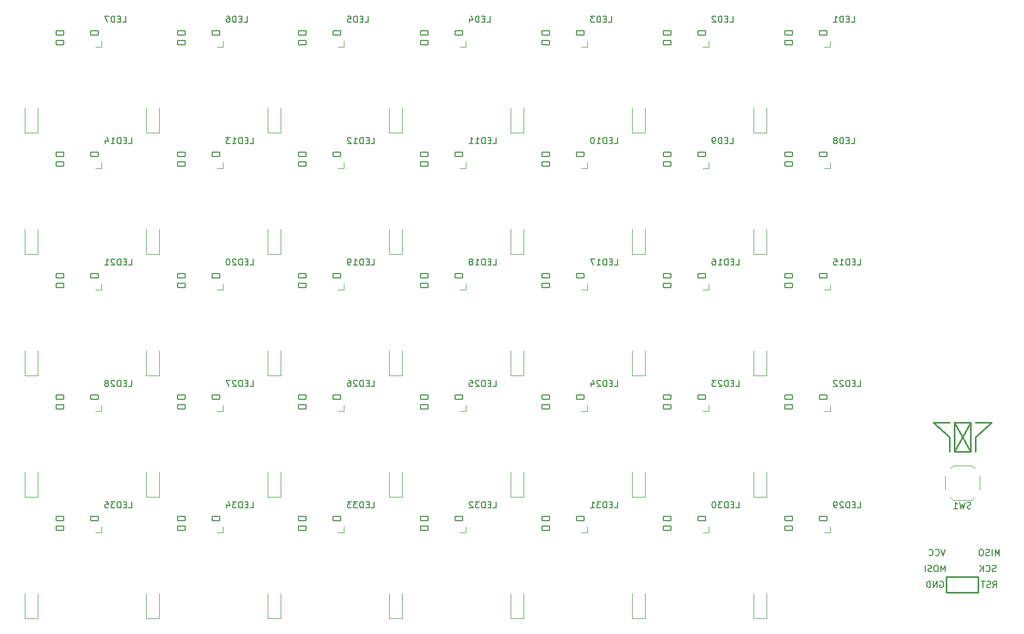
<source format=gbo>
%TF.GenerationSoftware,KiCad,Pcbnew,(6.0.6)*%
%TF.CreationDate,2022-08-07T16:47:01+08:00*%
%TF.ProjectId,5x07,35783037-2e6b-4696-9361-645f70636258,rev?*%
%TF.SameCoordinates,Original*%
%TF.FileFunction,Legend,Bot*%
%TF.FilePolarity,Positive*%
%FSLAX46Y46*%
G04 Gerber Fmt 4.6, Leading zero omitted, Abs format (unit mm)*
G04 Created by KiCad (PCBNEW (6.0.6)) date 2022-08-07 16:47:01*
%MOMM*%
%LPD*%
G01*
G04 APERTURE LIST*
G04 Aperture macros list*
%AMRoundRect*
0 Rectangle with rounded corners*
0 $1 Rounding radius*
0 $2 $3 $4 $5 $6 $7 $8 $9 X,Y pos of 4 corners*
0 Add a 4 corners polygon primitive as box body*
4,1,4,$2,$3,$4,$5,$6,$7,$8,$9,$2,$3,0*
0 Add four circle primitives for the rounded corners*
1,1,$1+$1,$2,$3*
1,1,$1+$1,$4,$5*
1,1,$1+$1,$6,$7*
1,1,$1+$1,$8,$9*
0 Add four rect primitives between the rounded corners*
20,1,$1+$1,$2,$3,$4,$5,0*
20,1,$1+$1,$4,$5,$6,$7,0*
20,1,$1+$1,$6,$7,$8,$9,0*
20,1,$1+$1,$8,$9,$2,$3,0*%
%AMFreePoly0*
4,1,18,-0.410000,0.593000,-0.403758,0.624380,-0.385983,0.650983,-0.359380,0.668758,-0.328000,0.675000,0.000000,0.675000,0.410000,0.265000,0.410000,-0.593000,0.403758,-0.624380,0.385983,-0.650983,0.359380,-0.668758,0.328000,-0.675000,-0.328000,-0.675000,-0.359380,-0.668758,-0.385983,-0.650983,-0.403758,-0.624380,-0.410000,-0.593000,-0.410000,0.593000,-0.410000,0.593000,$1*%
G04 Aperture macros list end*
%ADD10C,0.150000*%
%ADD11C,0.120000*%
%ADD12C,0.240000*%
%ADD13C,0.250000*%
%ADD14RoundRect,0.082000X-0.593000X0.328000X-0.593000X-0.328000X0.593000X-0.328000X0.593000X0.328000X0*%
%ADD15FreePoly0,270.000000*%
%ADD16R,1.200000X0.900000*%
%ADD17C,0.650000*%
%ADD18R,0.600000X2.450000*%
%ADD19R,0.300000X2.450000*%
%ADD20O,1.000000X2.100000*%
%ADD21O,1.000000X1.600000*%
%ADD22C,3.500000*%
%ADD23C,1.500000*%
%ADD24O,1.200000X1.800000*%
%ADD25C,1.700000*%
%ADD26C,3.400000*%
%ADD27C,2.000000*%
%ADD28R,1.700000X1.700000*%
%ADD29R,1.800000X1.100000*%
G04 APERTURE END LIST*
D10*
%TO.C,LED4*%
X131007630Y-37289880D02*
X131483821Y-37289880D01*
X131483821Y-36289880D01*
X130674297Y-36766071D02*
X130340964Y-36766071D01*
X130198107Y-37289880D02*
X130674297Y-37289880D01*
X130674297Y-36289880D01*
X130198107Y-36289880D01*
X129769535Y-37289880D02*
X129769535Y-36289880D01*
X129531440Y-36289880D01*
X129388583Y-36337500D01*
X129293345Y-36432738D01*
X129245726Y-36527976D01*
X129198107Y-36718452D01*
X129198107Y-36861309D01*
X129245726Y-37051785D01*
X129293345Y-37147023D01*
X129388583Y-37242261D01*
X129531440Y-37289880D01*
X129769535Y-37289880D01*
X128340964Y-36623214D02*
X128340964Y-37289880D01*
X128579059Y-36242261D02*
X128817154Y-36956547D01*
X128198107Y-36956547D01*
%TO.C,LED19*%
X112853761Y-75389880D02*
X113329952Y-75389880D01*
X113329952Y-74389880D01*
X112520428Y-74866071D02*
X112187095Y-74866071D01*
X112044238Y-75389880D02*
X112520428Y-75389880D01*
X112520428Y-74389880D01*
X112044238Y-74389880D01*
X111615666Y-75389880D02*
X111615666Y-74389880D01*
X111377571Y-74389880D01*
X111234714Y-74437500D01*
X111139476Y-74532738D01*
X111091857Y-74627976D01*
X111044238Y-74818452D01*
X111044238Y-74961309D01*
X111091857Y-75151785D01*
X111139476Y-75247023D01*
X111234714Y-75342261D01*
X111377571Y-75389880D01*
X111615666Y-75389880D01*
X110091857Y-75389880D02*
X110663285Y-75389880D01*
X110377571Y-75389880D02*
X110377571Y-74389880D01*
X110472809Y-74532738D01*
X110568047Y-74627976D01*
X110663285Y-74675595D01*
X109615666Y-75389880D02*
X109425190Y-75389880D01*
X109329952Y-75342261D01*
X109282333Y-75294642D01*
X109187095Y-75151785D01*
X109139476Y-74961309D01*
X109139476Y-74580357D01*
X109187095Y-74485119D01*
X109234714Y-74437500D01*
X109329952Y-74389880D01*
X109520428Y-74389880D01*
X109615666Y-74437500D01*
X109663285Y-74485119D01*
X109710904Y-74580357D01*
X109710904Y-74818452D01*
X109663285Y-74913690D01*
X109615666Y-74961309D01*
X109520428Y-75008928D01*
X109329952Y-75008928D01*
X109234714Y-74961309D01*
X109187095Y-74913690D01*
X109139476Y-74818452D01*
%TO.C,LED18*%
X131960011Y-75389880D02*
X132436202Y-75389880D01*
X132436202Y-74389880D01*
X131626678Y-74866071D02*
X131293345Y-74866071D01*
X131150488Y-75389880D02*
X131626678Y-75389880D01*
X131626678Y-74389880D01*
X131150488Y-74389880D01*
X130721916Y-75389880D02*
X130721916Y-74389880D01*
X130483821Y-74389880D01*
X130340964Y-74437500D01*
X130245726Y-74532738D01*
X130198107Y-74627976D01*
X130150488Y-74818452D01*
X130150488Y-74961309D01*
X130198107Y-75151785D01*
X130245726Y-75247023D01*
X130340964Y-75342261D01*
X130483821Y-75389880D01*
X130721916Y-75389880D01*
X129198107Y-75389880D02*
X129769535Y-75389880D01*
X129483821Y-75389880D02*
X129483821Y-74389880D01*
X129579059Y-74532738D01*
X129674297Y-74627976D01*
X129769535Y-74675595D01*
X128626678Y-74818452D02*
X128721916Y-74770833D01*
X128769535Y-74723214D01*
X128817154Y-74627976D01*
X128817154Y-74580357D01*
X128769535Y-74485119D01*
X128721916Y-74437500D01*
X128626678Y-74389880D01*
X128436202Y-74389880D01*
X128340964Y-74437500D01*
X128293345Y-74485119D01*
X128245726Y-74580357D01*
X128245726Y-74627976D01*
X128293345Y-74723214D01*
X128340964Y-74770833D01*
X128436202Y-74818452D01*
X128626678Y-74818452D01*
X128721916Y-74866071D01*
X128769535Y-74913690D01*
X128817154Y-75008928D01*
X128817154Y-75199404D01*
X128769535Y-75294642D01*
X128721916Y-75342261D01*
X128626678Y-75389880D01*
X128436202Y-75389880D01*
X128340964Y-75342261D01*
X128293345Y-75294642D01*
X128245726Y-75199404D01*
X128245726Y-75008928D01*
X128293345Y-74913690D01*
X128340964Y-74866071D01*
X128436202Y-74818452D01*
%TO.C,LED34*%
X93860011Y-113489880D02*
X94336202Y-113489880D01*
X94336202Y-112489880D01*
X93526678Y-112966071D02*
X93193345Y-112966071D01*
X93050488Y-113489880D02*
X93526678Y-113489880D01*
X93526678Y-112489880D01*
X93050488Y-112489880D01*
X92621916Y-113489880D02*
X92621916Y-112489880D01*
X92383821Y-112489880D01*
X92240964Y-112537500D01*
X92145726Y-112632738D01*
X92098107Y-112727976D01*
X92050488Y-112918452D01*
X92050488Y-113061309D01*
X92098107Y-113251785D01*
X92145726Y-113347023D01*
X92240964Y-113442261D01*
X92383821Y-113489880D01*
X92621916Y-113489880D01*
X91717154Y-112489880D02*
X91098107Y-112489880D01*
X91431440Y-112870833D01*
X91288583Y-112870833D01*
X91193345Y-112918452D01*
X91145726Y-112966071D01*
X91098107Y-113061309D01*
X91098107Y-113299404D01*
X91145726Y-113394642D01*
X91193345Y-113442261D01*
X91288583Y-113489880D01*
X91574297Y-113489880D01*
X91669535Y-113442261D01*
X91717154Y-113394642D01*
X90240964Y-112823214D02*
X90240964Y-113489880D01*
X90479059Y-112442261D02*
X90717154Y-113156547D01*
X90098107Y-113156547D01*
%TO.C,LED7*%
X73857630Y-37289880D02*
X74333821Y-37289880D01*
X74333821Y-36289880D01*
X73524297Y-36766071D02*
X73190964Y-36766071D01*
X73048107Y-37289880D02*
X73524297Y-37289880D01*
X73524297Y-36289880D01*
X73048107Y-36289880D01*
X72619535Y-37289880D02*
X72619535Y-36289880D01*
X72381440Y-36289880D01*
X72238583Y-36337500D01*
X72143345Y-36432738D01*
X72095726Y-36527976D01*
X72048107Y-36718452D01*
X72048107Y-36861309D01*
X72095726Y-37051785D01*
X72143345Y-37147023D01*
X72238583Y-37242261D01*
X72381440Y-37289880D01*
X72619535Y-37289880D01*
X71714773Y-36289880D02*
X71048107Y-36289880D01*
X71476678Y-37289880D01*
%TO.C,LED20*%
X93860011Y-75389880D02*
X94336202Y-75389880D01*
X94336202Y-74389880D01*
X93526678Y-74866071D02*
X93193345Y-74866071D01*
X93050488Y-75389880D02*
X93526678Y-75389880D01*
X93526678Y-74389880D01*
X93050488Y-74389880D01*
X92621916Y-75389880D02*
X92621916Y-74389880D01*
X92383821Y-74389880D01*
X92240964Y-74437500D01*
X92145726Y-74532738D01*
X92098107Y-74627976D01*
X92050488Y-74818452D01*
X92050488Y-74961309D01*
X92098107Y-75151785D01*
X92145726Y-75247023D01*
X92240964Y-75342261D01*
X92383821Y-75389880D01*
X92621916Y-75389880D01*
X91669535Y-74485119D02*
X91621916Y-74437500D01*
X91526678Y-74389880D01*
X91288583Y-74389880D01*
X91193345Y-74437500D01*
X91145726Y-74485119D01*
X91098107Y-74580357D01*
X91098107Y-74675595D01*
X91145726Y-74818452D01*
X91717154Y-75389880D01*
X91098107Y-75389880D01*
X90479059Y-74389880D02*
X90383821Y-74389880D01*
X90288583Y-74437500D01*
X90240964Y-74485119D01*
X90193345Y-74580357D01*
X90145726Y-74770833D01*
X90145726Y-75008928D01*
X90193345Y-75199404D01*
X90240964Y-75294642D01*
X90288583Y-75342261D01*
X90383821Y-75389880D01*
X90479059Y-75389880D01*
X90574297Y-75342261D01*
X90621916Y-75294642D01*
X90669535Y-75199404D01*
X90717154Y-75008928D01*
X90717154Y-74770833D01*
X90669535Y-74580357D01*
X90621916Y-74485119D01*
X90574297Y-74437500D01*
X90479059Y-74389880D01*
%TO.C,LED11*%
X131960011Y-56339880D02*
X132436202Y-56339880D01*
X132436202Y-55339880D01*
X131626678Y-55816071D02*
X131293345Y-55816071D01*
X131150488Y-56339880D02*
X131626678Y-56339880D01*
X131626678Y-55339880D01*
X131150488Y-55339880D01*
X130721916Y-56339880D02*
X130721916Y-55339880D01*
X130483821Y-55339880D01*
X130340964Y-55387500D01*
X130245726Y-55482738D01*
X130198107Y-55577976D01*
X130150488Y-55768452D01*
X130150488Y-55911309D01*
X130198107Y-56101785D01*
X130245726Y-56197023D01*
X130340964Y-56292261D01*
X130483821Y-56339880D01*
X130721916Y-56339880D01*
X129198107Y-56339880D02*
X129769535Y-56339880D01*
X129483821Y-56339880D02*
X129483821Y-55339880D01*
X129579059Y-55482738D01*
X129674297Y-55577976D01*
X129769535Y-55625595D01*
X128245726Y-56339880D02*
X128817154Y-56339880D01*
X128531440Y-56339880D02*
X128531440Y-55339880D01*
X128626678Y-55482738D01*
X128721916Y-55577976D01*
X128817154Y-55625595D01*
%TO.C,LED35*%
X74810011Y-113489880D02*
X75286202Y-113489880D01*
X75286202Y-112489880D01*
X74476678Y-112966071D02*
X74143345Y-112966071D01*
X74000488Y-113489880D02*
X74476678Y-113489880D01*
X74476678Y-112489880D01*
X74000488Y-112489880D01*
X73571916Y-113489880D02*
X73571916Y-112489880D01*
X73333821Y-112489880D01*
X73190964Y-112537500D01*
X73095726Y-112632738D01*
X73048107Y-112727976D01*
X73000488Y-112918452D01*
X73000488Y-113061309D01*
X73048107Y-113251785D01*
X73095726Y-113347023D01*
X73190964Y-113442261D01*
X73333821Y-113489880D01*
X73571916Y-113489880D01*
X72667154Y-112489880D02*
X72048107Y-112489880D01*
X72381440Y-112870833D01*
X72238583Y-112870833D01*
X72143345Y-112918452D01*
X72095726Y-112966071D01*
X72048107Y-113061309D01*
X72048107Y-113299404D01*
X72095726Y-113394642D01*
X72143345Y-113442261D01*
X72238583Y-113489880D01*
X72524297Y-113489880D01*
X72619535Y-113442261D01*
X72667154Y-113394642D01*
X71143345Y-112489880D02*
X71619535Y-112489880D01*
X71667154Y-112966071D01*
X71619535Y-112918452D01*
X71524297Y-112870833D01*
X71286202Y-112870833D01*
X71190964Y-112918452D01*
X71143345Y-112966071D01*
X71095726Y-113061309D01*
X71095726Y-113299404D01*
X71143345Y-113394642D01*
X71190964Y-113442261D01*
X71286202Y-113489880D01*
X71524297Y-113489880D01*
X71619535Y-113442261D01*
X71667154Y-113394642D01*
%TO.C,LED5*%
X111901380Y-37289880D02*
X112377571Y-37289880D01*
X112377571Y-36289880D01*
X111568047Y-36766071D02*
X111234714Y-36766071D01*
X111091857Y-37289880D02*
X111568047Y-37289880D01*
X111568047Y-36289880D01*
X111091857Y-36289880D01*
X110663285Y-37289880D02*
X110663285Y-36289880D01*
X110425190Y-36289880D01*
X110282333Y-36337500D01*
X110187095Y-36432738D01*
X110139476Y-36527976D01*
X110091857Y-36718452D01*
X110091857Y-36861309D01*
X110139476Y-37051785D01*
X110187095Y-37147023D01*
X110282333Y-37242261D01*
X110425190Y-37289880D01*
X110663285Y-37289880D01*
X109187095Y-36289880D02*
X109663285Y-36289880D01*
X109710904Y-36766071D01*
X109663285Y-36718452D01*
X109568047Y-36670833D01*
X109329952Y-36670833D01*
X109234714Y-36718452D01*
X109187095Y-36766071D01*
X109139476Y-36861309D01*
X109139476Y-37099404D01*
X109187095Y-37194642D01*
X109234714Y-37242261D01*
X109329952Y-37289880D01*
X109568047Y-37289880D01*
X109663285Y-37242261D01*
X109710904Y-37194642D01*
%TO.C,LED24*%
X151010011Y-94439880D02*
X151486202Y-94439880D01*
X151486202Y-93439880D01*
X150676678Y-93916071D02*
X150343345Y-93916071D01*
X150200488Y-94439880D02*
X150676678Y-94439880D01*
X150676678Y-93439880D01*
X150200488Y-93439880D01*
X149771916Y-94439880D02*
X149771916Y-93439880D01*
X149533821Y-93439880D01*
X149390964Y-93487500D01*
X149295726Y-93582738D01*
X149248107Y-93677976D01*
X149200488Y-93868452D01*
X149200488Y-94011309D01*
X149248107Y-94201785D01*
X149295726Y-94297023D01*
X149390964Y-94392261D01*
X149533821Y-94439880D01*
X149771916Y-94439880D01*
X148819535Y-93535119D02*
X148771916Y-93487500D01*
X148676678Y-93439880D01*
X148438583Y-93439880D01*
X148343345Y-93487500D01*
X148295726Y-93535119D01*
X148248107Y-93630357D01*
X148248107Y-93725595D01*
X148295726Y-93868452D01*
X148867154Y-94439880D01*
X148248107Y-94439880D01*
X147390964Y-93773214D02*
X147390964Y-94439880D01*
X147629059Y-93392261D02*
X147867154Y-94106547D01*
X147248107Y-94106547D01*
%TO.C,LED13*%
X93860011Y-56339880D02*
X94336202Y-56339880D01*
X94336202Y-55339880D01*
X93526678Y-55816071D02*
X93193345Y-55816071D01*
X93050488Y-56339880D02*
X93526678Y-56339880D01*
X93526678Y-55339880D01*
X93050488Y-55339880D01*
X92621916Y-56339880D02*
X92621916Y-55339880D01*
X92383821Y-55339880D01*
X92240964Y-55387500D01*
X92145726Y-55482738D01*
X92098107Y-55577976D01*
X92050488Y-55768452D01*
X92050488Y-55911309D01*
X92098107Y-56101785D01*
X92145726Y-56197023D01*
X92240964Y-56292261D01*
X92383821Y-56339880D01*
X92621916Y-56339880D01*
X91098107Y-56339880D02*
X91669535Y-56339880D01*
X91383821Y-56339880D02*
X91383821Y-55339880D01*
X91479059Y-55482738D01*
X91574297Y-55577976D01*
X91669535Y-55625595D01*
X90764773Y-55339880D02*
X90145726Y-55339880D01*
X90479059Y-55720833D01*
X90336202Y-55720833D01*
X90240964Y-55768452D01*
X90193345Y-55816071D01*
X90145726Y-55911309D01*
X90145726Y-56149404D01*
X90193345Y-56244642D01*
X90240964Y-56292261D01*
X90336202Y-56339880D01*
X90621916Y-56339880D01*
X90717154Y-56292261D01*
X90764773Y-56244642D01*
%TO.C,LED8*%
X188157630Y-56339880D02*
X188633821Y-56339880D01*
X188633821Y-55339880D01*
X187824297Y-55816071D02*
X187490964Y-55816071D01*
X187348107Y-56339880D02*
X187824297Y-56339880D01*
X187824297Y-55339880D01*
X187348107Y-55339880D01*
X186919535Y-56339880D02*
X186919535Y-55339880D01*
X186681440Y-55339880D01*
X186538583Y-55387500D01*
X186443345Y-55482738D01*
X186395726Y-55577976D01*
X186348107Y-55768452D01*
X186348107Y-55911309D01*
X186395726Y-56101785D01*
X186443345Y-56197023D01*
X186538583Y-56292261D01*
X186681440Y-56339880D01*
X186919535Y-56339880D01*
X185776678Y-55768452D02*
X185871916Y-55720833D01*
X185919535Y-55673214D01*
X185967154Y-55577976D01*
X185967154Y-55530357D01*
X185919535Y-55435119D01*
X185871916Y-55387500D01*
X185776678Y-55339880D01*
X185586202Y-55339880D01*
X185490964Y-55387500D01*
X185443345Y-55435119D01*
X185395726Y-55530357D01*
X185395726Y-55577976D01*
X185443345Y-55673214D01*
X185490964Y-55720833D01*
X185586202Y-55768452D01*
X185776678Y-55768452D01*
X185871916Y-55816071D01*
X185919535Y-55863690D01*
X185967154Y-55958928D01*
X185967154Y-56149404D01*
X185919535Y-56244642D01*
X185871916Y-56292261D01*
X185776678Y-56339880D01*
X185586202Y-56339880D01*
X185490964Y-56292261D01*
X185443345Y-56244642D01*
X185395726Y-56149404D01*
X185395726Y-55958928D01*
X185443345Y-55863690D01*
X185490964Y-55816071D01*
X185586202Y-55768452D01*
%TO.C,LED25*%
X131960011Y-94439880D02*
X132436202Y-94439880D01*
X132436202Y-93439880D01*
X131626678Y-93916071D02*
X131293345Y-93916071D01*
X131150488Y-94439880D02*
X131626678Y-94439880D01*
X131626678Y-93439880D01*
X131150488Y-93439880D01*
X130721916Y-94439880D02*
X130721916Y-93439880D01*
X130483821Y-93439880D01*
X130340964Y-93487500D01*
X130245726Y-93582738D01*
X130198107Y-93677976D01*
X130150488Y-93868452D01*
X130150488Y-94011309D01*
X130198107Y-94201785D01*
X130245726Y-94297023D01*
X130340964Y-94392261D01*
X130483821Y-94439880D01*
X130721916Y-94439880D01*
X129769535Y-93535119D02*
X129721916Y-93487500D01*
X129626678Y-93439880D01*
X129388583Y-93439880D01*
X129293345Y-93487500D01*
X129245726Y-93535119D01*
X129198107Y-93630357D01*
X129198107Y-93725595D01*
X129245726Y-93868452D01*
X129817154Y-94439880D01*
X129198107Y-94439880D01*
X128293345Y-93439880D02*
X128769535Y-93439880D01*
X128817154Y-93916071D01*
X128769535Y-93868452D01*
X128674297Y-93820833D01*
X128436202Y-93820833D01*
X128340964Y-93868452D01*
X128293345Y-93916071D01*
X128245726Y-94011309D01*
X128245726Y-94249404D01*
X128293345Y-94344642D01*
X128340964Y-94392261D01*
X128436202Y-94439880D01*
X128674297Y-94439880D01*
X128769535Y-94392261D01*
X128817154Y-94344642D01*
%TO.C,LED17*%
X151010011Y-75389880D02*
X151486202Y-75389880D01*
X151486202Y-74389880D01*
X150676678Y-74866071D02*
X150343345Y-74866071D01*
X150200488Y-75389880D02*
X150676678Y-75389880D01*
X150676678Y-74389880D01*
X150200488Y-74389880D01*
X149771916Y-75389880D02*
X149771916Y-74389880D01*
X149533821Y-74389880D01*
X149390964Y-74437500D01*
X149295726Y-74532738D01*
X149248107Y-74627976D01*
X149200488Y-74818452D01*
X149200488Y-74961309D01*
X149248107Y-75151785D01*
X149295726Y-75247023D01*
X149390964Y-75342261D01*
X149533821Y-75389880D01*
X149771916Y-75389880D01*
X148248107Y-75389880D02*
X148819535Y-75389880D01*
X148533821Y-75389880D02*
X148533821Y-74389880D01*
X148629059Y-74532738D01*
X148724297Y-74627976D01*
X148819535Y-74675595D01*
X147914773Y-74389880D02*
X147248107Y-74389880D01*
X147676678Y-75389880D01*
%TO.C,LED30*%
X170060011Y-113489880D02*
X170536202Y-113489880D01*
X170536202Y-112489880D01*
X169726678Y-112966071D02*
X169393345Y-112966071D01*
X169250488Y-113489880D02*
X169726678Y-113489880D01*
X169726678Y-112489880D01*
X169250488Y-112489880D01*
X168821916Y-113489880D02*
X168821916Y-112489880D01*
X168583821Y-112489880D01*
X168440964Y-112537500D01*
X168345726Y-112632738D01*
X168298107Y-112727976D01*
X168250488Y-112918452D01*
X168250488Y-113061309D01*
X168298107Y-113251785D01*
X168345726Y-113347023D01*
X168440964Y-113442261D01*
X168583821Y-113489880D01*
X168821916Y-113489880D01*
X167917154Y-112489880D02*
X167298107Y-112489880D01*
X167631440Y-112870833D01*
X167488583Y-112870833D01*
X167393345Y-112918452D01*
X167345726Y-112966071D01*
X167298107Y-113061309D01*
X167298107Y-113299404D01*
X167345726Y-113394642D01*
X167393345Y-113442261D01*
X167488583Y-113489880D01*
X167774297Y-113489880D01*
X167869535Y-113442261D01*
X167917154Y-113394642D01*
X166679059Y-112489880D02*
X166583821Y-112489880D01*
X166488583Y-112537500D01*
X166440964Y-112585119D01*
X166393345Y-112680357D01*
X166345726Y-112870833D01*
X166345726Y-113108928D01*
X166393345Y-113299404D01*
X166440964Y-113394642D01*
X166488583Y-113442261D01*
X166583821Y-113489880D01*
X166679059Y-113489880D01*
X166774297Y-113442261D01*
X166821916Y-113394642D01*
X166869535Y-113299404D01*
X166917154Y-113108928D01*
X166917154Y-112870833D01*
X166869535Y-112680357D01*
X166821916Y-112585119D01*
X166774297Y-112537500D01*
X166679059Y-112489880D01*
%TO.C,LED27*%
X93860011Y-94439880D02*
X94336202Y-94439880D01*
X94336202Y-93439880D01*
X93526678Y-93916071D02*
X93193345Y-93916071D01*
X93050488Y-94439880D02*
X93526678Y-94439880D01*
X93526678Y-93439880D01*
X93050488Y-93439880D01*
X92621916Y-94439880D02*
X92621916Y-93439880D01*
X92383821Y-93439880D01*
X92240964Y-93487500D01*
X92145726Y-93582738D01*
X92098107Y-93677976D01*
X92050488Y-93868452D01*
X92050488Y-94011309D01*
X92098107Y-94201785D01*
X92145726Y-94297023D01*
X92240964Y-94392261D01*
X92383821Y-94439880D01*
X92621916Y-94439880D01*
X91669535Y-93535119D02*
X91621916Y-93487500D01*
X91526678Y-93439880D01*
X91288583Y-93439880D01*
X91193345Y-93487500D01*
X91145726Y-93535119D01*
X91098107Y-93630357D01*
X91098107Y-93725595D01*
X91145726Y-93868452D01*
X91717154Y-94439880D01*
X91098107Y-94439880D01*
X90764773Y-93439880D02*
X90098107Y-93439880D01*
X90526678Y-94439880D01*
%TO.C,LED1*%
X188157630Y-37289880D02*
X188633821Y-37289880D01*
X188633821Y-36289880D01*
X187824297Y-36766071D02*
X187490964Y-36766071D01*
X187348107Y-37289880D02*
X187824297Y-37289880D01*
X187824297Y-36289880D01*
X187348107Y-36289880D01*
X186919535Y-37289880D02*
X186919535Y-36289880D01*
X186681440Y-36289880D01*
X186538583Y-36337500D01*
X186443345Y-36432738D01*
X186395726Y-36527976D01*
X186348107Y-36718452D01*
X186348107Y-36861309D01*
X186395726Y-37051785D01*
X186443345Y-37147023D01*
X186538583Y-37242261D01*
X186681440Y-37289880D01*
X186919535Y-37289880D01*
X185395726Y-37289880D02*
X185967154Y-37289880D01*
X185681440Y-37289880D02*
X185681440Y-36289880D01*
X185776678Y-36432738D01*
X185871916Y-36527976D01*
X185967154Y-36575595D01*
%TO.C,LED14*%
X74810011Y-56339880D02*
X75286202Y-56339880D01*
X75286202Y-55339880D01*
X74476678Y-55816071D02*
X74143345Y-55816071D01*
X74000488Y-56339880D02*
X74476678Y-56339880D01*
X74476678Y-55339880D01*
X74000488Y-55339880D01*
X73571916Y-56339880D02*
X73571916Y-55339880D01*
X73333821Y-55339880D01*
X73190964Y-55387500D01*
X73095726Y-55482738D01*
X73048107Y-55577976D01*
X73000488Y-55768452D01*
X73000488Y-55911309D01*
X73048107Y-56101785D01*
X73095726Y-56197023D01*
X73190964Y-56292261D01*
X73333821Y-56339880D01*
X73571916Y-56339880D01*
X72048107Y-56339880D02*
X72619535Y-56339880D01*
X72333821Y-56339880D02*
X72333821Y-55339880D01*
X72429059Y-55482738D01*
X72524297Y-55577976D01*
X72619535Y-55625595D01*
X71190964Y-55673214D02*
X71190964Y-56339880D01*
X71429059Y-55292261D02*
X71667154Y-56006547D01*
X71048107Y-56006547D01*
%TO.C,LED28*%
X74810011Y-94439880D02*
X75286202Y-94439880D01*
X75286202Y-93439880D01*
X74476678Y-93916071D02*
X74143345Y-93916071D01*
X74000488Y-94439880D02*
X74476678Y-94439880D01*
X74476678Y-93439880D01*
X74000488Y-93439880D01*
X73571916Y-94439880D02*
X73571916Y-93439880D01*
X73333821Y-93439880D01*
X73190964Y-93487500D01*
X73095726Y-93582738D01*
X73048107Y-93677976D01*
X73000488Y-93868452D01*
X73000488Y-94011309D01*
X73048107Y-94201785D01*
X73095726Y-94297023D01*
X73190964Y-94392261D01*
X73333821Y-94439880D01*
X73571916Y-94439880D01*
X72619535Y-93535119D02*
X72571916Y-93487500D01*
X72476678Y-93439880D01*
X72238583Y-93439880D01*
X72143345Y-93487500D01*
X72095726Y-93535119D01*
X72048107Y-93630357D01*
X72048107Y-93725595D01*
X72095726Y-93868452D01*
X72667154Y-94439880D01*
X72048107Y-94439880D01*
X71476678Y-93868452D02*
X71571916Y-93820833D01*
X71619535Y-93773214D01*
X71667154Y-93677976D01*
X71667154Y-93630357D01*
X71619535Y-93535119D01*
X71571916Y-93487500D01*
X71476678Y-93439880D01*
X71286202Y-93439880D01*
X71190964Y-93487500D01*
X71143345Y-93535119D01*
X71095726Y-93630357D01*
X71095726Y-93677976D01*
X71143345Y-93773214D01*
X71190964Y-93820833D01*
X71286202Y-93868452D01*
X71476678Y-93868452D01*
X71571916Y-93916071D01*
X71619535Y-93963690D01*
X71667154Y-94058928D01*
X71667154Y-94249404D01*
X71619535Y-94344642D01*
X71571916Y-94392261D01*
X71476678Y-94439880D01*
X71286202Y-94439880D01*
X71190964Y-94392261D01*
X71143345Y-94344642D01*
X71095726Y-94249404D01*
X71095726Y-94058928D01*
X71143345Y-93963690D01*
X71190964Y-93916071D01*
X71286202Y-93868452D01*
%TO.C,LED15*%
X189110011Y-75389880D02*
X189586202Y-75389880D01*
X189586202Y-74389880D01*
X188776678Y-74866071D02*
X188443345Y-74866071D01*
X188300488Y-75389880D02*
X188776678Y-75389880D01*
X188776678Y-74389880D01*
X188300488Y-74389880D01*
X187871916Y-75389880D02*
X187871916Y-74389880D01*
X187633821Y-74389880D01*
X187490964Y-74437500D01*
X187395726Y-74532738D01*
X187348107Y-74627976D01*
X187300488Y-74818452D01*
X187300488Y-74961309D01*
X187348107Y-75151785D01*
X187395726Y-75247023D01*
X187490964Y-75342261D01*
X187633821Y-75389880D01*
X187871916Y-75389880D01*
X186348107Y-75389880D02*
X186919535Y-75389880D01*
X186633821Y-75389880D02*
X186633821Y-74389880D01*
X186729059Y-74532738D01*
X186824297Y-74627976D01*
X186919535Y-74675595D01*
X185443345Y-74389880D02*
X185919535Y-74389880D01*
X185967154Y-74866071D01*
X185919535Y-74818452D01*
X185824297Y-74770833D01*
X185586202Y-74770833D01*
X185490964Y-74818452D01*
X185443345Y-74866071D01*
X185395726Y-74961309D01*
X185395726Y-75199404D01*
X185443345Y-75294642D01*
X185490964Y-75342261D01*
X185586202Y-75389880D01*
X185824297Y-75389880D01*
X185919535Y-75342261D01*
X185967154Y-75294642D01*
%TO.C,LED32*%
X131960011Y-113489880D02*
X132436202Y-113489880D01*
X132436202Y-112489880D01*
X131626678Y-112966071D02*
X131293345Y-112966071D01*
X131150488Y-113489880D02*
X131626678Y-113489880D01*
X131626678Y-112489880D01*
X131150488Y-112489880D01*
X130721916Y-113489880D02*
X130721916Y-112489880D01*
X130483821Y-112489880D01*
X130340964Y-112537500D01*
X130245726Y-112632738D01*
X130198107Y-112727976D01*
X130150488Y-112918452D01*
X130150488Y-113061309D01*
X130198107Y-113251785D01*
X130245726Y-113347023D01*
X130340964Y-113442261D01*
X130483821Y-113489880D01*
X130721916Y-113489880D01*
X129817154Y-112489880D02*
X129198107Y-112489880D01*
X129531440Y-112870833D01*
X129388583Y-112870833D01*
X129293345Y-112918452D01*
X129245726Y-112966071D01*
X129198107Y-113061309D01*
X129198107Y-113299404D01*
X129245726Y-113394642D01*
X129293345Y-113442261D01*
X129388583Y-113489880D01*
X129674297Y-113489880D01*
X129769535Y-113442261D01*
X129817154Y-113394642D01*
X128817154Y-112585119D02*
X128769535Y-112537500D01*
X128674297Y-112489880D01*
X128436202Y-112489880D01*
X128340964Y-112537500D01*
X128293345Y-112585119D01*
X128245726Y-112680357D01*
X128245726Y-112775595D01*
X128293345Y-112918452D01*
X128864773Y-113489880D01*
X128245726Y-113489880D01*
%TO.C,LED21*%
X74810011Y-75389880D02*
X75286202Y-75389880D01*
X75286202Y-74389880D01*
X74476678Y-74866071D02*
X74143345Y-74866071D01*
X74000488Y-75389880D02*
X74476678Y-75389880D01*
X74476678Y-74389880D01*
X74000488Y-74389880D01*
X73571916Y-75389880D02*
X73571916Y-74389880D01*
X73333821Y-74389880D01*
X73190964Y-74437500D01*
X73095726Y-74532738D01*
X73048107Y-74627976D01*
X73000488Y-74818452D01*
X73000488Y-74961309D01*
X73048107Y-75151785D01*
X73095726Y-75247023D01*
X73190964Y-75342261D01*
X73333821Y-75389880D01*
X73571916Y-75389880D01*
X72619535Y-74485119D02*
X72571916Y-74437500D01*
X72476678Y-74389880D01*
X72238583Y-74389880D01*
X72143345Y-74437500D01*
X72095726Y-74485119D01*
X72048107Y-74580357D01*
X72048107Y-74675595D01*
X72095726Y-74818452D01*
X72667154Y-75389880D01*
X72048107Y-75389880D01*
X71095726Y-75389880D02*
X71667154Y-75389880D01*
X71381440Y-75389880D02*
X71381440Y-74389880D01*
X71476678Y-74532738D01*
X71571916Y-74627976D01*
X71667154Y-74675595D01*
%TO.C,LED6*%
X92907630Y-37289880D02*
X93383821Y-37289880D01*
X93383821Y-36289880D01*
X92574297Y-36766071D02*
X92240964Y-36766071D01*
X92098107Y-37289880D02*
X92574297Y-37289880D01*
X92574297Y-36289880D01*
X92098107Y-36289880D01*
X91669535Y-37289880D02*
X91669535Y-36289880D01*
X91431440Y-36289880D01*
X91288583Y-36337500D01*
X91193345Y-36432738D01*
X91145726Y-36527976D01*
X91098107Y-36718452D01*
X91098107Y-36861309D01*
X91145726Y-37051785D01*
X91193345Y-37147023D01*
X91288583Y-37242261D01*
X91431440Y-37289880D01*
X91669535Y-37289880D01*
X90240964Y-36289880D02*
X90431440Y-36289880D01*
X90526678Y-36337500D01*
X90574297Y-36385119D01*
X90669535Y-36527976D01*
X90717154Y-36718452D01*
X90717154Y-37099404D01*
X90669535Y-37194642D01*
X90621916Y-37242261D01*
X90526678Y-37289880D01*
X90336202Y-37289880D01*
X90240964Y-37242261D01*
X90193345Y-37194642D01*
X90145726Y-37099404D01*
X90145726Y-36861309D01*
X90193345Y-36766071D01*
X90240964Y-36718452D01*
X90336202Y-36670833D01*
X90526678Y-36670833D01*
X90621916Y-36718452D01*
X90669535Y-36766071D01*
X90717154Y-36861309D01*
%TO.C,LED23*%
X170060011Y-94439880D02*
X170536202Y-94439880D01*
X170536202Y-93439880D01*
X169726678Y-93916071D02*
X169393345Y-93916071D01*
X169250488Y-94439880D02*
X169726678Y-94439880D01*
X169726678Y-93439880D01*
X169250488Y-93439880D01*
X168821916Y-94439880D02*
X168821916Y-93439880D01*
X168583821Y-93439880D01*
X168440964Y-93487500D01*
X168345726Y-93582738D01*
X168298107Y-93677976D01*
X168250488Y-93868452D01*
X168250488Y-94011309D01*
X168298107Y-94201785D01*
X168345726Y-94297023D01*
X168440964Y-94392261D01*
X168583821Y-94439880D01*
X168821916Y-94439880D01*
X167869535Y-93535119D02*
X167821916Y-93487500D01*
X167726678Y-93439880D01*
X167488583Y-93439880D01*
X167393345Y-93487500D01*
X167345726Y-93535119D01*
X167298107Y-93630357D01*
X167298107Y-93725595D01*
X167345726Y-93868452D01*
X167917154Y-94439880D01*
X167298107Y-94439880D01*
X166964773Y-93439880D02*
X166345726Y-93439880D01*
X166679059Y-93820833D01*
X166536202Y-93820833D01*
X166440964Y-93868452D01*
X166393345Y-93916071D01*
X166345726Y-94011309D01*
X166345726Y-94249404D01*
X166393345Y-94344642D01*
X166440964Y-94392261D01*
X166536202Y-94439880D01*
X166821916Y-94439880D01*
X166917154Y-94392261D01*
X166964773Y-94344642D01*
%TO.C,LED29*%
X189110011Y-113489880D02*
X189586202Y-113489880D01*
X189586202Y-112489880D01*
X188776678Y-112966071D02*
X188443345Y-112966071D01*
X188300488Y-113489880D02*
X188776678Y-113489880D01*
X188776678Y-112489880D01*
X188300488Y-112489880D01*
X187871916Y-113489880D02*
X187871916Y-112489880D01*
X187633821Y-112489880D01*
X187490964Y-112537500D01*
X187395726Y-112632738D01*
X187348107Y-112727976D01*
X187300488Y-112918452D01*
X187300488Y-113061309D01*
X187348107Y-113251785D01*
X187395726Y-113347023D01*
X187490964Y-113442261D01*
X187633821Y-113489880D01*
X187871916Y-113489880D01*
X186919535Y-112585119D02*
X186871916Y-112537500D01*
X186776678Y-112489880D01*
X186538583Y-112489880D01*
X186443345Y-112537500D01*
X186395726Y-112585119D01*
X186348107Y-112680357D01*
X186348107Y-112775595D01*
X186395726Y-112918452D01*
X186967154Y-113489880D01*
X186348107Y-113489880D01*
X185871916Y-113489880D02*
X185681440Y-113489880D01*
X185586202Y-113442261D01*
X185538583Y-113394642D01*
X185443345Y-113251785D01*
X185395726Y-113061309D01*
X185395726Y-112680357D01*
X185443345Y-112585119D01*
X185490964Y-112537500D01*
X185586202Y-112489880D01*
X185776678Y-112489880D01*
X185871916Y-112537500D01*
X185919535Y-112585119D01*
X185967154Y-112680357D01*
X185967154Y-112918452D01*
X185919535Y-113013690D01*
X185871916Y-113061309D01*
X185776678Y-113108928D01*
X185586202Y-113108928D01*
X185490964Y-113061309D01*
X185443345Y-113013690D01*
X185395726Y-112918452D01*
%TO.C,LED16*%
X170060011Y-75389880D02*
X170536202Y-75389880D01*
X170536202Y-74389880D01*
X169726678Y-74866071D02*
X169393345Y-74866071D01*
X169250488Y-75389880D02*
X169726678Y-75389880D01*
X169726678Y-74389880D01*
X169250488Y-74389880D01*
X168821916Y-75389880D02*
X168821916Y-74389880D01*
X168583821Y-74389880D01*
X168440964Y-74437500D01*
X168345726Y-74532738D01*
X168298107Y-74627976D01*
X168250488Y-74818452D01*
X168250488Y-74961309D01*
X168298107Y-75151785D01*
X168345726Y-75247023D01*
X168440964Y-75342261D01*
X168583821Y-75389880D01*
X168821916Y-75389880D01*
X167298107Y-75389880D02*
X167869535Y-75389880D01*
X167583821Y-75389880D02*
X167583821Y-74389880D01*
X167679059Y-74532738D01*
X167774297Y-74627976D01*
X167869535Y-74675595D01*
X166440964Y-74389880D02*
X166631440Y-74389880D01*
X166726678Y-74437500D01*
X166774297Y-74485119D01*
X166869535Y-74627976D01*
X166917154Y-74818452D01*
X166917154Y-75199404D01*
X166869535Y-75294642D01*
X166821916Y-75342261D01*
X166726678Y-75389880D01*
X166536202Y-75389880D01*
X166440964Y-75342261D01*
X166393345Y-75294642D01*
X166345726Y-75199404D01*
X166345726Y-74961309D01*
X166393345Y-74866071D01*
X166440964Y-74818452D01*
X166536202Y-74770833D01*
X166726678Y-74770833D01*
X166821916Y-74818452D01*
X166869535Y-74866071D01*
X166917154Y-74961309D01*
%TO.C,LED3*%
X150057630Y-37289880D02*
X150533821Y-37289880D01*
X150533821Y-36289880D01*
X149724297Y-36766071D02*
X149390964Y-36766071D01*
X149248107Y-37289880D02*
X149724297Y-37289880D01*
X149724297Y-36289880D01*
X149248107Y-36289880D01*
X148819535Y-37289880D02*
X148819535Y-36289880D01*
X148581440Y-36289880D01*
X148438583Y-36337500D01*
X148343345Y-36432738D01*
X148295726Y-36527976D01*
X148248107Y-36718452D01*
X148248107Y-36861309D01*
X148295726Y-37051785D01*
X148343345Y-37147023D01*
X148438583Y-37242261D01*
X148581440Y-37289880D01*
X148819535Y-37289880D01*
X147914773Y-36289880D02*
X147295726Y-36289880D01*
X147629059Y-36670833D01*
X147486202Y-36670833D01*
X147390964Y-36718452D01*
X147343345Y-36766071D01*
X147295726Y-36861309D01*
X147295726Y-37099404D01*
X147343345Y-37194642D01*
X147390964Y-37242261D01*
X147486202Y-37289880D01*
X147771916Y-37289880D01*
X147867154Y-37242261D01*
X147914773Y-37194642D01*
%TO.C,LED22*%
X189110011Y-94439880D02*
X189586202Y-94439880D01*
X189586202Y-93439880D01*
X188776678Y-93916071D02*
X188443345Y-93916071D01*
X188300488Y-94439880D02*
X188776678Y-94439880D01*
X188776678Y-93439880D01*
X188300488Y-93439880D01*
X187871916Y-94439880D02*
X187871916Y-93439880D01*
X187633821Y-93439880D01*
X187490964Y-93487500D01*
X187395726Y-93582738D01*
X187348107Y-93677976D01*
X187300488Y-93868452D01*
X187300488Y-94011309D01*
X187348107Y-94201785D01*
X187395726Y-94297023D01*
X187490964Y-94392261D01*
X187633821Y-94439880D01*
X187871916Y-94439880D01*
X186919535Y-93535119D02*
X186871916Y-93487500D01*
X186776678Y-93439880D01*
X186538583Y-93439880D01*
X186443345Y-93487500D01*
X186395726Y-93535119D01*
X186348107Y-93630357D01*
X186348107Y-93725595D01*
X186395726Y-93868452D01*
X186967154Y-94439880D01*
X186348107Y-94439880D01*
X185967154Y-93535119D02*
X185919535Y-93487500D01*
X185824297Y-93439880D01*
X185586202Y-93439880D01*
X185490964Y-93487500D01*
X185443345Y-93535119D01*
X185395726Y-93630357D01*
X185395726Y-93725595D01*
X185443345Y-93868452D01*
X186014773Y-94439880D01*
X185395726Y-94439880D01*
%TO.C,LED26*%
X112853761Y-94439880D02*
X113329952Y-94439880D01*
X113329952Y-93439880D01*
X112520428Y-93916071D02*
X112187095Y-93916071D01*
X112044238Y-94439880D02*
X112520428Y-94439880D01*
X112520428Y-93439880D01*
X112044238Y-93439880D01*
X111615666Y-94439880D02*
X111615666Y-93439880D01*
X111377571Y-93439880D01*
X111234714Y-93487500D01*
X111139476Y-93582738D01*
X111091857Y-93677976D01*
X111044238Y-93868452D01*
X111044238Y-94011309D01*
X111091857Y-94201785D01*
X111139476Y-94297023D01*
X111234714Y-94392261D01*
X111377571Y-94439880D01*
X111615666Y-94439880D01*
X110663285Y-93535119D02*
X110615666Y-93487500D01*
X110520428Y-93439880D01*
X110282333Y-93439880D01*
X110187095Y-93487500D01*
X110139476Y-93535119D01*
X110091857Y-93630357D01*
X110091857Y-93725595D01*
X110139476Y-93868452D01*
X110710904Y-94439880D01*
X110091857Y-94439880D01*
X109234714Y-93439880D02*
X109425190Y-93439880D01*
X109520428Y-93487500D01*
X109568047Y-93535119D01*
X109663285Y-93677976D01*
X109710904Y-93868452D01*
X109710904Y-94249404D01*
X109663285Y-94344642D01*
X109615666Y-94392261D01*
X109520428Y-94439880D01*
X109329952Y-94439880D01*
X109234714Y-94392261D01*
X109187095Y-94344642D01*
X109139476Y-94249404D01*
X109139476Y-94011309D01*
X109187095Y-93916071D01*
X109234714Y-93868452D01*
X109329952Y-93820833D01*
X109520428Y-93820833D01*
X109615666Y-93868452D01*
X109663285Y-93916071D01*
X109710904Y-94011309D01*
%TO.C,LED33*%
X112853761Y-113489880D02*
X113329952Y-113489880D01*
X113329952Y-112489880D01*
X112520428Y-112966071D02*
X112187095Y-112966071D01*
X112044238Y-113489880D02*
X112520428Y-113489880D01*
X112520428Y-112489880D01*
X112044238Y-112489880D01*
X111615666Y-113489880D02*
X111615666Y-112489880D01*
X111377571Y-112489880D01*
X111234714Y-112537500D01*
X111139476Y-112632738D01*
X111091857Y-112727976D01*
X111044238Y-112918452D01*
X111044238Y-113061309D01*
X111091857Y-113251785D01*
X111139476Y-113347023D01*
X111234714Y-113442261D01*
X111377571Y-113489880D01*
X111615666Y-113489880D01*
X110710904Y-112489880D02*
X110091857Y-112489880D01*
X110425190Y-112870833D01*
X110282333Y-112870833D01*
X110187095Y-112918452D01*
X110139476Y-112966071D01*
X110091857Y-113061309D01*
X110091857Y-113299404D01*
X110139476Y-113394642D01*
X110187095Y-113442261D01*
X110282333Y-113489880D01*
X110568047Y-113489880D01*
X110663285Y-113442261D01*
X110710904Y-113394642D01*
X109758523Y-112489880D02*
X109139476Y-112489880D01*
X109472809Y-112870833D01*
X109329952Y-112870833D01*
X109234714Y-112918452D01*
X109187095Y-112966071D01*
X109139476Y-113061309D01*
X109139476Y-113299404D01*
X109187095Y-113394642D01*
X109234714Y-113442261D01*
X109329952Y-113489880D01*
X109615666Y-113489880D01*
X109710904Y-113442261D01*
X109758523Y-113394642D01*
%TO.C,LED12*%
X112853761Y-56339880D02*
X113329952Y-56339880D01*
X113329952Y-55339880D01*
X112520428Y-55816071D02*
X112187095Y-55816071D01*
X112044238Y-56339880D02*
X112520428Y-56339880D01*
X112520428Y-55339880D01*
X112044238Y-55339880D01*
X111615666Y-56339880D02*
X111615666Y-55339880D01*
X111377571Y-55339880D01*
X111234714Y-55387500D01*
X111139476Y-55482738D01*
X111091857Y-55577976D01*
X111044238Y-55768452D01*
X111044238Y-55911309D01*
X111091857Y-56101785D01*
X111139476Y-56197023D01*
X111234714Y-56292261D01*
X111377571Y-56339880D01*
X111615666Y-56339880D01*
X110091857Y-56339880D02*
X110663285Y-56339880D01*
X110377571Y-56339880D02*
X110377571Y-55339880D01*
X110472809Y-55482738D01*
X110568047Y-55577976D01*
X110663285Y-55625595D01*
X109710904Y-55435119D02*
X109663285Y-55387500D01*
X109568047Y-55339880D01*
X109329952Y-55339880D01*
X109234714Y-55387500D01*
X109187095Y-55435119D01*
X109139476Y-55530357D01*
X109139476Y-55625595D01*
X109187095Y-55768452D01*
X109758523Y-56339880D01*
X109139476Y-56339880D01*
%TO.C,LED10*%
X151010011Y-56339880D02*
X151486202Y-56339880D01*
X151486202Y-55339880D01*
X150676678Y-55816071D02*
X150343345Y-55816071D01*
X150200488Y-56339880D02*
X150676678Y-56339880D01*
X150676678Y-55339880D01*
X150200488Y-55339880D01*
X149771916Y-56339880D02*
X149771916Y-55339880D01*
X149533821Y-55339880D01*
X149390964Y-55387500D01*
X149295726Y-55482738D01*
X149248107Y-55577976D01*
X149200488Y-55768452D01*
X149200488Y-55911309D01*
X149248107Y-56101785D01*
X149295726Y-56197023D01*
X149390964Y-56292261D01*
X149533821Y-56339880D01*
X149771916Y-56339880D01*
X148248107Y-56339880D02*
X148819535Y-56339880D01*
X148533821Y-56339880D02*
X148533821Y-55339880D01*
X148629059Y-55482738D01*
X148724297Y-55577976D01*
X148819535Y-55625595D01*
X147629059Y-55339880D02*
X147533821Y-55339880D01*
X147438583Y-55387500D01*
X147390964Y-55435119D01*
X147343345Y-55530357D01*
X147295726Y-55720833D01*
X147295726Y-55958928D01*
X147343345Y-56149404D01*
X147390964Y-56244642D01*
X147438583Y-56292261D01*
X147533821Y-56339880D01*
X147629059Y-56339880D01*
X147724297Y-56292261D01*
X147771916Y-56244642D01*
X147819535Y-56149404D01*
X147867154Y-55958928D01*
X147867154Y-55720833D01*
X147819535Y-55530357D01*
X147771916Y-55435119D01*
X147724297Y-55387500D01*
X147629059Y-55339880D01*
%TO.C,LED31*%
X151010011Y-113489880D02*
X151486202Y-113489880D01*
X151486202Y-112489880D01*
X150676678Y-112966071D02*
X150343345Y-112966071D01*
X150200488Y-113489880D02*
X150676678Y-113489880D01*
X150676678Y-112489880D01*
X150200488Y-112489880D01*
X149771916Y-113489880D02*
X149771916Y-112489880D01*
X149533821Y-112489880D01*
X149390964Y-112537500D01*
X149295726Y-112632738D01*
X149248107Y-112727976D01*
X149200488Y-112918452D01*
X149200488Y-113061309D01*
X149248107Y-113251785D01*
X149295726Y-113347023D01*
X149390964Y-113442261D01*
X149533821Y-113489880D01*
X149771916Y-113489880D01*
X148867154Y-112489880D02*
X148248107Y-112489880D01*
X148581440Y-112870833D01*
X148438583Y-112870833D01*
X148343345Y-112918452D01*
X148295726Y-112966071D01*
X148248107Y-113061309D01*
X148248107Y-113299404D01*
X148295726Y-113394642D01*
X148343345Y-113442261D01*
X148438583Y-113489880D01*
X148724297Y-113489880D01*
X148819535Y-113442261D01*
X148867154Y-113394642D01*
X147295726Y-113489880D02*
X147867154Y-113489880D01*
X147581440Y-113489880D02*
X147581440Y-112489880D01*
X147676678Y-112632738D01*
X147771916Y-112727976D01*
X147867154Y-112775595D01*
%TO.C,LED2*%
X169107630Y-37289880D02*
X169583821Y-37289880D01*
X169583821Y-36289880D01*
X168774297Y-36766071D02*
X168440964Y-36766071D01*
X168298107Y-37289880D02*
X168774297Y-37289880D01*
X168774297Y-36289880D01*
X168298107Y-36289880D01*
X167869535Y-37289880D02*
X167869535Y-36289880D01*
X167631440Y-36289880D01*
X167488583Y-36337500D01*
X167393345Y-36432738D01*
X167345726Y-36527976D01*
X167298107Y-36718452D01*
X167298107Y-36861309D01*
X167345726Y-37051785D01*
X167393345Y-37147023D01*
X167488583Y-37242261D01*
X167631440Y-37289880D01*
X167869535Y-37289880D01*
X166917154Y-36385119D02*
X166869535Y-36337500D01*
X166774297Y-36289880D01*
X166536202Y-36289880D01*
X166440964Y-36337500D01*
X166393345Y-36385119D01*
X166345726Y-36480357D01*
X166345726Y-36575595D01*
X166393345Y-36718452D01*
X166964773Y-37289880D01*
X166345726Y-37289880D01*
%TO.C,LED9*%
X169107630Y-56339880D02*
X169583821Y-56339880D01*
X169583821Y-55339880D01*
X168774297Y-55816071D02*
X168440964Y-55816071D01*
X168298107Y-56339880D02*
X168774297Y-56339880D01*
X168774297Y-55339880D01*
X168298107Y-55339880D01*
X167869535Y-56339880D02*
X167869535Y-55339880D01*
X167631440Y-55339880D01*
X167488583Y-55387500D01*
X167393345Y-55482738D01*
X167345726Y-55577976D01*
X167298107Y-55768452D01*
X167298107Y-55911309D01*
X167345726Y-56101785D01*
X167393345Y-56197023D01*
X167488583Y-56292261D01*
X167631440Y-56339880D01*
X167869535Y-56339880D01*
X166821916Y-56339880D02*
X166631440Y-56339880D01*
X166536202Y-56292261D01*
X166488583Y-56244642D01*
X166393345Y-56101785D01*
X166345726Y-55911309D01*
X166345726Y-55530357D01*
X166393345Y-55435119D01*
X166440964Y-55387500D01*
X166536202Y-55339880D01*
X166726678Y-55339880D01*
X166821916Y-55387500D01*
X166869535Y-55435119D01*
X166917154Y-55530357D01*
X166917154Y-55768452D01*
X166869535Y-55863690D01*
X166821916Y-55911309D01*
X166726678Y-55958928D01*
X166536202Y-55958928D01*
X166440964Y-55911309D01*
X166393345Y-55863690D01*
X166345726Y-55768452D01*
%TO.C,J1*%
X202914583Y-119983630D02*
X202581250Y-120983630D01*
X202247916Y-119983630D01*
X201343154Y-120888392D02*
X201390773Y-120936011D01*
X201533630Y-120983630D01*
X201628869Y-120983630D01*
X201771726Y-120936011D01*
X201866964Y-120840773D01*
X201914583Y-120745535D01*
X201962202Y-120555059D01*
X201962202Y-120412202D01*
X201914583Y-120221726D01*
X201866964Y-120126488D01*
X201771726Y-120031250D01*
X201628869Y-119983630D01*
X201533630Y-119983630D01*
X201390773Y-120031250D01*
X201343154Y-120078869D01*
X200343154Y-120888392D02*
X200390773Y-120936011D01*
X200533630Y-120983630D01*
X200628869Y-120983630D01*
X200771726Y-120936011D01*
X200866964Y-120840773D01*
X200914583Y-120745535D01*
X200962202Y-120555059D01*
X200962202Y-120412202D01*
X200914583Y-120221726D01*
X200866964Y-120126488D01*
X200771726Y-120031250D01*
X200628869Y-119983630D01*
X200533630Y-119983630D01*
X200390773Y-120031250D01*
X200343154Y-120078869D01*
X202093154Y-125031250D02*
X202188392Y-124983630D01*
X202331250Y-124983630D01*
X202474107Y-125031250D01*
X202569345Y-125126488D01*
X202616964Y-125221726D01*
X202664583Y-125412202D01*
X202664583Y-125555059D01*
X202616964Y-125745535D01*
X202569345Y-125840773D01*
X202474107Y-125936011D01*
X202331250Y-125983630D01*
X202236011Y-125983630D01*
X202093154Y-125936011D01*
X202045535Y-125888392D01*
X202045535Y-125555059D01*
X202236011Y-125555059D01*
X201616964Y-125983630D02*
X201616964Y-124983630D01*
X201045535Y-125983630D01*
X201045535Y-124983630D01*
X200569345Y-125983630D02*
X200569345Y-124983630D01*
X200331250Y-124983630D01*
X200188392Y-125031250D01*
X200093154Y-125126488D01*
X200045535Y-125221726D01*
X199997916Y-125412202D01*
X199997916Y-125555059D01*
X200045535Y-125745535D01*
X200093154Y-125840773D01*
X200188392Y-125936011D01*
X200331250Y-125983630D01*
X200569345Y-125983630D01*
X211402678Y-120983630D02*
X211402678Y-119983630D01*
X211069345Y-120697916D01*
X210736011Y-119983630D01*
X210736011Y-120983630D01*
X210259821Y-120983630D02*
X210259821Y-119983630D01*
X209831250Y-120936011D02*
X209688392Y-120983630D01*
X209450297Y-120983630D01*
X209355059Y-120936011D01*
X209307440Y-120888392D01*
X209259821Y-120793154D01*
X209259821Y-120697916D01*
X209307440Y-120602678D01*
X209355059Y-120555059D01*
X209450297Y-120507440D01*
X209640773Y-120459821D01*
X209736011Y-120412202D01*
X209783630Y-120364583D01*
X209831250Y-120269345D01*
X209831250Y-120174107D01*
X209783630Y-120078869D01*
X209736011Y-120031250D01*
X209640773Y-119983630D01*
X209402678Y-119983630D01*
X209259821Y-120031250D01*
X208640773Y-119983630D02*
X208450297Y-119983630D01*
X208355059Y-120031250D01*
X208259821Y-120126488D01*
X208212202Y-120316964D01*
X208212202Y-120650297D01*
X208259821Y-120840773D01*
X208355059Y-120936011D01*
X208450297Y-120983630D01*
X208640773Y-120983630D01*
X208736011Y-120936011D01*
X208831250Y-120840773D01*
X208878869Y-120650297D01*
X208878869Y-120316964D01*
X208831250Y-120126488D01*
X208736011Y-120031250D01*
X208640773Y-119983630D01*
X210378869Y-125983630D02*
X210712202Y-125507440D01*
X210950297Y-125983630D02*
X210950297Y-124983630D01*
X210569345Y-124983630D01*
X210474107Y-125031250D01*
X210426488Y-125078869D01*
X210378869Y-125174107D01*
X210378869Y-125316964D01*
X210426488Y-125412202D01*
X210474107Y-125459821D01*
X210569345Y-125507440D01*
X210950297Y-125507440D01*
X209997916Y-125936011D02*
X209855059Y-125983630D01*
X209616964Y-125983630D01*
X209521726Y-125936011D01*
X209474107Y-125888392D01*
X209426488Y-125793154D01*
X209426488Y-125697916D01*
X209474107Y-125602678D01*
X209521726Y-125555059D01*
X209616964Y-125507440D01*
X209807440Y-125459821D01*
X209902678Y-125412202D01*
X209950297Y-125364583D01*
X209997916Y-125269345D01*
X209997916Y-125174107D01*
X209950297Y-125078869D01*
X209902678Y-125031250D01*
X209807440Y-124983630D01*
X209569345Y-124983630D01*
X209426488Y-125031250D01*
X209140773Y-124983630D02*
X208569345Y-124983630D01*
X208855059Y-125983630D02*
X208855059Y-124983630D01*
X202902678Y-123483630D02*
X202902678Y-122483630D01*
X202569345Y-123197916D01*
X202236011Y-122483630D01*
X202236011Y-123483630D01*
X201569345Y-122483630D02*
X201378869Y-122483630D01*
X201283630Y-122531250D01*
X201188392Y-122626488D01*
X201140773Y-122816964D01*
X201140773Y-123150297D01*
X201188392Y-123340773D01*
X201283630Y-123436011D01*
X201378869Y-123483630D01*
X201569345Y-123483630D01*
X201664583Y-123436011D01*
X201759821Y-123340773D01*
X201807440Y-123150297D01*
X201807440Y-122816964D01*
X201759821Y-122626488D01*
X201664583Y-122531250D01*
X201569345Y-122483630D01*
X200759821Y-123436011D02*
X200616964Y-123483630D01*
X200378869Y-123483630D01*
X200283630Y-123436011D01*
X200236011Y-123388392D01*
X200188392Y-123293154D01*
X200188392Y-123197916D01*
X200236011Y-123102678D01*
X200283630Y-123055059D01*
X200378869Y-123007440D01*
X200569345Y-122959821D01*
X200664583Y-122912202D01*
X200712202Y-122864583D01*
X200759821Y-122769345D01*
X200759821Y-122674107D01*
X200712202Y-122578869D01*
X200664583Y-122531250D01*
X200569345Y-122483630D01*
X200331250Y-122483630D01*
X200188392Y-122531250D01*
X199759821Y-123483630D02*
X199759821Y-122483630D01*
X210866964Y-123436011D02*
X210724107Y-123483630D01*
X210486011Y-123483630D01*
X210390773Y-123436011D01*
X210343154Y-123388392D01*
X210295535Y-123293154D01*
X210295535Y-123197916D01*
X210343154Y-123102678D01*
X210390773Y-123055059D01*
X210486011Y-123007440D01*
X210676488Y-122959821D01*
X210771726Y-122912202D01*
X210819345Y-122864583D01*
X210866964Y-122769345D01*
X210866964Y-122674107D01*
X210819345Y-122578869D01*
X210771726Y-122531250D01*
X210676488Y-122483630D01*
X210438392Y-122483630D01*
X210295535Y-122531250D01*
X209295535Y-123388392D02*
X209343154Y-123436011D01*
X209486011Y-123483630D01*
X209581250Y-123483630D01*
X209724107Y-123436011D01*
X209819345Y-123340773D01*
X209866964Y-123245535D01*
X209914583Y-123055059D01*
X209914583Y-122912202D01*
X209866964Y-122721726D01*
X209819345Y-122626488D01*
X209724107Y-122531250D01*
X209581250Y-122483630D01*
X209486011Y-122483630D01*
X209343154Y-122531250D01*
X209295535Y-122578869D01*
X208866964Y-123483630D02*
X208866964Y-122483630D01*
X208295535Y-123483630D02*
X208724107Y-122912202D01*
X208295535Y-122483630D02*
X208866964Y-123055059D01*
%TO.C,SW1*%
X206914583Y-113542261D02*
X206771726Y-113589880D01*
X206533630Y-113589880D01*
X206438392Y-113542261D01*
X206390773Y-113494642D01*
X206343154Y-113399404D01*
X206343154Y-113304166D01*
X206390773Y-113208928D01*
X206438392Y-113161309D01*
X206533630Y-113113690D01*
X206724107Y-113066071D01*
X206819345Y-113018452D01*
X206866964Y-112970833D01*
X206914583Y-112875595D01*
X206914583Y-112780357D01*
X206866964Y-112685119D01*
X206819345Y-112637500D01*
X206724107Y-112589880D01*
X206486011Y-112589880D01*
X206343154Y-112637500D01*
X206009821Y-112589880D02*
X205771726Y-113589880D01*
X205581250Y-112875595D01*
X205390773Y-113589880D01*
X205152678Y-112589880D01*
X204247916Y-113589880D02*
X204819345Y-113589880D01*
X204533630Y-113589880D02*
X204533630Y-112589880D01*
X204628869Y-112732738D01*
X204724107Y-112827976D01*
X204819345Y-112875595D01*
D11*
%TO.C,LED4*%
X127693750Y-40187500D02*
X127693750Y-41187500D01*
X127693750Y-41187500D02*
X126793750Y-41187500D01*
%TO.C,D22*%
X136732309Y-92736936D02*
X134732309Y-92736936D01*
X136732309Y-92736936D02*
X136732309Y-88836936D01*
X134732309Y-92736936D02*
X134732309Y-88836936D01*
%TO.C,LED19*%
X108587500Y-78287500D02*
X108587500Y-79287500D01*
X108587500Y-79287500D02*
X107687500Y-79287500D01*
%TO.C,D16*%
X58532309Y-73686936D02*
X58532309Y-69786936D01*
X60532309Y-73686936D02*
X58532309Y-73686936D01*
X60532309Y-73686936D02*
X60532309Y-69786936D01*
%TO.C,LED18*%
X127693750Y-78287500D02*
X127693750Y-79287500D01*
X127693750Y-79287500D02*
X126793750Y-79287500D01*
%TO.C,LED34*%
X89593750Y-116387500D02*
X89593750Y-117387500D01*
X89593750Y-117387500D02*
X88693750Y-117387500D01*
%TO.C,LED7*%
X70543750Y-40187500D02*
X70543750Y-41187500D01*
X70543750Y-41187500D02*
X69643750Y-41187500D01*
%TO.C,D20*%
X174832309Y-92736936D02*
X172832309Y-92736936D01*
X174832309Y-92736936D02*
X174832309Y-88836936D01*
X172832309Y-92736936D02*
X172832309Y-88836936D01*
%TO.C,D40*%
X174832309Y-130836936D02*
X172832309Y-130836936D01*
X172832309Y-130836936D02*
X172832309Y-126936936D01*
X174832309Y-130836936D02*
X174832309Y-126936936D01*
%TO.C,D2*%
X136732309Y-54636936D02*
X134732309Y-54636936D01*
X136732309Y-54636936D02*
X136732309Y-50736936D01*
X134732309Y-54636936D02*
X134732309Y-50736936D01*
%TO.C,LED20*%
X89593750Y-79287500D02*
X88693750Y-79287500D01*
X89593750Y-78287500D02*
X89593750Y-79287500D01*
%TO.C,D13*%
X117682309Y-73686936D02*
X115682309Y-73686936D01*
X117682309Y-73686936D02*
X117682309Y-69786936D01*
X115682309Y-73686936D02*
X115682309Y-69786936D01*
%TO.C,D23*%
X115682309Y-92736936D02*
X115682309Y-88836936D01*
X117682309Y-92736936D02*
X117682309Y-88836936D01*
X117682309Y-92736936D02*
X115682309Y-92736936D01*
%TO.C,D10*%
X174832309Y-73686936D02*
X172832309Y-73686936D01*
X174832309Y-73686936D02*
X174832309Y-69786936D01*
X172832309Y-73686936D02*
X172832309Y-69786936D01*
%TO.C,D35*%
X77582309Y-111786936D02*
X77582309Y-107886936D01*
X79582309Y-111786936D02*
X79582309Y-107886936D01*
X79582309Y-111786936D02*
X77582309Y-111786936D01*
%TO.C,LED11*%
X127693750Y-60237500D02*
X126793750Y-60237500D01*
X127693750Y-59237500D02*
X127693750Y-60237500D01*
%TO.C,D31*%
X155782309Y-111786936D02*
X153782309Y-111786936D01*
X153782309Y-111786936D02*
X153782309Y-107886936D01*
X155782309Y-111786936D02*
X155782309Y-107886936D01*
%TO.C,D3*%
X115682309Y-54636936D02*
X115682309Y-50736936D01*
X117682309Y-54636936D02*
X115682309Y-54636936D01*
X117682309Y-54636936D02*
X117682309Y-50736936D01*
%TO.C,D15*%
X79582309Y-73686936D02*
X77582309Y-73686936D01*
X77582309Y-73686936D02*
X77582309Y-69786936D01*
X79582309Y-73686936D02*
X79582309Y-69786936D01*
%TO.C,D34*%
X98632309Y-111786936D02*
X98632309Y-107886936D01*
X96632309Y-111786936D02*
X96632309Y-107886936D01*
X98632309Y-111786936D02*
X96632309Y-111786936D01*
%TO.C,LED35*%
X70543750Y-117387500D02*
X69643750Y-117387500D01*
X70543750Y-116387500D02*
X70543750Y-117387500D01*
%TO.C,D46*%
X60532309Y-130836936D02*
X60532309Y-126936936D01*
X60532309Y-130836936D02*
X58532309Y-130836936D01*
X58532309Y-130836936D02*
X58532309Y-126936936D01*
%TO.C,D36*%
X60532309Y-111786936D02*
X58532309Y-111786936D01*
X58532309Y-111786936D02*
X58532309Y-107886936D01*
X60532309Y-111786936D02*
X60532309Y-107886936D01*
%TO.C,LED5*%
X108587500Y-41187500D02*
X107687500Y-41187500D01*
X108587500Y-40187500D02*
X108587500Y-41187500D01*
%TO.C,LED24*%
X146743750Y-97337500D02*
X146743750Y-98337500D01*
X146743750Y-98337500D02*
X145843750Y-98337500D01*
%TO.C,LED13*%
X89593750Y-59237500D02*
X89593750Y-60237500D01*
X89593750Y-60237500D02*
X88693750Y-60237500D01*
%TO.C,D6*%
X60532309Y-54636936D02*
X58532309Y-54636936D01*
X60532309Y-54636936D02*
X60532309Y-50736936D01*
X58532309Y-54636936D02*
X58532309Y-50736936D01*
%TO.C,LED8*%
X184843750Y-59237500D02*
X184843750Y-60237500D01*
X184843750Y-60237500D02*
X183943750Y-60237500D01*
%TO.C,LED25*%
X127693750Y-98337500D02*
X126793750Y-98337500D01*
X127693750Y-97337500D02*
X127693750Y-98337500D01*
%TO.C,D1*%
X155782309Y-54636936D02*
X155782309Y-50736936D01*
X155782309Y-54636936D02*
X153782309Y-54636936D01*
X153782309Y-54636936D02*
X153782309Y-50736936D01*
%TO.C,D43*%
X115682309Y-130836936D02*
X115682309Y-126936936D01*
X117682309Y-130836936D02*
X117682309Y-126936936D01*
X117682309Y-130836936D02*
X115682309Y-130836936D01*
%TO.C,LED17*%
X146743750Y-79287500D02*
X145843750Y-79287500D01*
X146743750Y-78287500D02*
X146743750Y-79287500D01*
%TO.C,D4*%
X98632309Y-54636936D02*
X98632309Y-50736936D01*
X98632309Y-54636936D02*
X96632309Y-54636936D01*
X96632309Y-54636936D02*
X96632309Y-50736936D01*
%TO.C,D21*%
X153782309Y-92736936D02*
X153782309Y-88836936D01*
X155782309Y-92736936D02*
X155782309Y-88836936D01*
X155782309Y-92736936D02*
X153782309Y-92736936D01*
%TO.C,LED30*%
X165793750Y-117387500D02*
X164893750Y-117387500D01*
X165793750Y-116387500D02*
X165793750Y-117387500D01*
%TO.C,D42*%
X134732309Y-130836936D02*
X134732309Y-126936936D01*
X136732309Y-130836936D02*
X134732309Y-130836936D01*
X136732309Y-130836936D02*
X136732309Y-126936936D01*
%TO.C,LED27*%
X89593750Y-97337500D02*
X89593750Y-98337500D01*
X89593750Y-98337500D02*
X88693750Y-98337500D01*
%TO.C,LED1*%
X184843750Y-41187500D02*
X183943750Y-41187500D01*
X184843750Y-40187500D02*
X184843750Y-41187500D01*
%TO.C,D24*%
X96632309Y-92736936D02*
X96632309Y-88836936D01*
X98632309Y-92736936D02*
X96632309Y-92736936D01*
X98632309Y-92736936D02*
X98632309Y-88836936D01*
%TO.C,D45*%
X79582309Y-130836936D02*
X79582309Y-126936936D01*
X79582309Y-130836936D02*
X77582309Y-130836936D01*
X77582309Y-130836936D02*
X77582309Y-126936936D01*
%TO.C,D30*%
X174832309Y-111786936D02*
X174832309Y-107886936D01*
X172832309Y-111786936D02*
X172832309Y-107886936D01*
X174832309Y-111786936D02*
X172832309Y-111786936D01*
%TO.C,D14*%
X98632309Y-73686936D02*
X98632309Y-69786936D01*
X96632309Y-73686936D02*
X96632309Y-69786936D01*
X98632309Y-73686936D02*
X96632309Y-73686936D01*
%TO.C,LED14*%
X70543750Y-59237500D02*
X70543750Y-60237500D01*
X70543750Y-60237500D02*
X69643750Y-60237500D01*
%TO.C,LED28*%
X70543750Y-97337500D02*
X70543750Y-98337500D01*
X70543750Y-98337500D02*
X69643750Y-98337500D01*
%TO.C,LED15*%
X184843750Y-79287500D02*
X183943750Y-79287500D01*
X184843750Y-78287500D02*
X184843750Y-79287500D01*
%TO.C,D32*%
X136732309Y-111786936D02*
X136732309Y-107886936D01*
X136732309Y-111786936D02*
X134732309Y-111786936D01*
X134732309Y-111786936D02*
X134732309Y-107886936D01*
%TO.C,LED32*%
X127693750Y-117387500D02*
X126793750Y-117387500D01*
X127693750Y-116387500D02*
X127693750Y-117387500D01*
%TO.C,D33*%
X117682309Y-111786936D02*
X115682309Y-111786936D01*
X117682309Y-111786936D02*
X117682309Y-107886936D01*
X115682309Y-111786936D02*
X115682309Y-107886936D01*
%TO.C,LED21*%
X70543750Y-79287500D02*
X69643750Y-79287500D01*
X70543750Y-78287500D02*
X70543750Y-79287500D01*
%TO.C,LED6*%
X89593750Y-40187500D02*
X89593750Y-41187500D01*
X89593750Y-41187500D02*
X88693750Y-41187500D01*
%TO.C,D12*%
X136732309Y-73686936D02*
X136732309Y-69786936D01*
X136732309Y-73686936D02*
X134732309Y-73686936D01*
X134732309Y-73686936D02*
X134732309Y-69786936D01*
%TO.C,LED23*%
X165793750Y-98337500D02*
X164893750Y-98337500D01*
X165793750Y-97337500D02*
X165793750Y-98337500D01*
%TO.C,LED29*%
X184843750Y-117387500D02*
X183943750Y-117387500D01*
X184843750Y-116387500D02*
X184843750Y-117387500D01*
%TO.C,D11*%
X153782309Y-73686936D02*
X153782309Y-69786936D01*
X155782309Y-73686936D02*
X153782309Y-73686936D01*
X155782309Y-73686936D02*
X155782309Y-69786936D01*
%TO.C,LED16*%
X165793750Y-79287500D02*
X164893750Y-79287500D01*
X165793750Y-78287500D02*
X165793750Y-79287500D01*
%TO.C,LED3*%
X146743750Y-40187500D02*
X146743750Y-41187500D01*
X146743750Y-41187500D02*
X145843750Y-41187500D01*
%TO.C,D0*%
X174832309Y-54636936D02*
X174832309Y-50736936D01*
X174832309Y-54636936D02*
X172832309Y-54636936D01*
X172832309Y-54636936D02*
X172832309Y-50736936D01*
%TO.C,LED22*%
X184843750Y-97337500D02*
X184843750Y-98337500D01*
X184843750Y-98337500D02*
X183943750Y-98337500D01*
%TO.C,LED26*%
X108587500Y-97337500D02*
X108587500Y-98337500D01*
X108587500Y-98337500D02*
X107687500Y-98337500D01*
%TO.C,D26*%
X58532309Y-92736936D02*
X58532309Y-88836936D01*
X60532309Y-92736936D02*
X58532309Y-92736936D01*
X60532309Y-92736936D02*
X60532309Y-88836936D01*
%TO.C,LED33*%
X108587500Y-116387500D02*
X108587500Y-117387500D01*
X108587500Y-117387500D02*
X107687500Y-117387500D01*
%TO.C,LED12*%
X108587500Y-59237500D02*
X108587500Y-60237500D01*
X108587500Y-60237500D02*
X107687500Y-60237500D01*
%TO.C,LED10*%
X146743750Y-60237500D02*
X145843750Y-60237500D01*
X146743750Y-59237500D02*
X146743750Y-60237500D01*
%TO.C,LED31*%
X146743750Y-116387500D02*
X146743750Y-117387500D01*
X146743750Y-117387500D02*
X145843750Y-117387500D01*
%TO.C,D25*%
X77582309Y-92736936D02*
X77582309Y-88836936D01*
X79582309Y-92736936D02*
X79582309Y-88836936D01*
X79582309Y-92736936D02*
X77582309Y-92736936D01*
D12*
%TO.C,REF\u002A\u002A*%
X206851250Y-104679750D02*
X204311250Y-104679750D01*
X207613250Y-102393750D02*
X210156542Y-100104617D01*
X203549250Y-102393750D02*
X203549250Y-104679750D01*
X207616542Y-100104617D02*
X210156542Y-100104617D01*
X204311250Y-104679750D02*
X204311250Y-100107750D01*
X206851250Y-100107750D02*
X206851250Y-104679750D01*
X201018926Y-100104617D02*
X203549250Y-102393750D01*
X206851250Y-100107750D02*
X204311250Y-104679750D01*
X207613250Y-102393750D02*
X207613250Y-104679750D01*
X206851250Y-104679750D02*
X204311250Y-100107750D01*
X204311250Y-100107750D02*
X206851250Y-100107750D01*
X201018926Y-100104617D02*
X203558926Y-100104617D01*
D11*
%TO.C,LED2*%
X165793750Y-40187500D02*
X165793750Y-41187500D01*
X165793750Y-41187500D02*
X164893750Y-41187500D01*
%TO.C,D5*%
X77582309Y-54636936D02*
X77582309Y-50736936D01*
X79582309Y-54636936D02*
X77582309Y-54636936D01*
X79582309Y-54636936D02*
X79582309Y-50736936D01*
%TO.C,D41*%
X155782309Y-130836936D02*
X153782309Y-130836936D01*
X153782309Y-130836936D02*
X153782309Y-126936936D01*
X155782309Y-130836936D02*
X155782309Y-126936936D01*
%TO.C,LED9*%
X165793750Y-60237500D02*
X164893750Y-60237500D01*
X165793750Y-59237500D02*
X165793750Y-60237500D01*
%TO.C,D44*%
X96632309Y-130836936D02*
X96632309Y-126936936D01*
X98632309Y-130836936D02*
X96632309Y-130836936D01*
X98632309Y-130836936D02*
X98632309Y-126936936D01*
D13*
%TO.C,J1*%
X203081250Y-124281250D02*
X203081250Y-126781250D01*
X203081250Y-126781250D02*
X208081250Y-126781250D01*
X208081250Y-126781250D02*
X208081250Y-124281250D01*
X208081250Y-124281250D02*
X203081250Y-124281250D01*
D11*
%TO.C,SW1*%
X204131250Y-106817500D02*
X207031250Y-106817500D01*
X202861250Y-108497500D02*
X202861250Y-110577500D01*
X207031250Y-106817500D02*
X207521250Y-107307500D01*
X204131250Y-112257500D02*
X207031250Y-112257500D01*
X204131250Y-112257500D02*
X203641250Y-111767500D01*
X208301250Y-108497500D02*
X208301250Y-110577500D01*
X207031250Y-112257500D02*
X207521250Y-111767500D01*
X204131250Y-106817500D02*
X203641250Y-107307500D01*
%TD*%
%LPC*%
D14*
%TO.C,LED4*%
X121168750Y-38937500D03*
X121168750Y-40437500D03*
X126618750Y-38937500D03*
D15*
X126618750Y-40437500D03*
%TD*%
D16*
%TO.C,D22*%
X135732309Y-92136936D03*
X135732309Y-88836936D03*
%TD*%
D14*
%TO.C,LED19*%
X102062500Y-77037500D03*
X102062500Y-78537500D03*
X107512500Y-77037500D03*
D15*
X107512500Y-78537500D03*
%TD*%
D16*
%TO.C,D16*%
X59532309Y-73086936D03*
X59532309Y-69786936D03*
%TD*%
D14*
%TO.C,LED18*%
X121168750Y-77037500D03*
X121168750Y-78537500D03*
X126618750Y-77037500D03*
D15*
X126618750Y-78537500D03*
%TD*%
D14*
%TO.C,LED34*%
X83068750Y-115137500D03*
X83068750Y-116637500D03*
X88518750Y-115137500D03*
D15*
X88518750Y-116637500D03*
%TD*%
D14*
%TO.C,LED7*%
X64018750Y-38937500D03*
X64018750Y-40437500D03*
X69468750Y-38937500D03*
D15*
X69468750Y-40437500D03*
%TD*%
D16*
%TO.C,D20*%
X173832309Y-92136936D03*
X173832309Y-88836936D03*
%TD*%
%TO.C,D40*%
X173832309Y-130236936D03*
X173832309Y-126936936D03*
%TD*%
%TO.C,D2*%
X135732309Y-54036936D03*
X135732309Y-50736936D03*
%TD*%
D14*
%TO.C,LED20*%
X83068750Y-77037500D03*
X83068750Y-78537500D03*
X88518750Y-77037500D03*
D15*
X88518750Y-78537500D03*
%TD*%
D16*
%TO.C,D13*%
X116682309Y-73086936D03*
X116682309Y-69786936D03*
%TD*%
D17*
%TO.C,USB1*%
X206090000Y-36633750D03*
X200310000Y-36633750D03*
D18*
X199975000Y-38578750D03*
X200750000Y-38578750D03*
D19*
X201450000Y-38578750D03*
X201950000Y-38578750D03*
X202450000Y-38578750D03*
X202950000Y-38578750D03*
X203450000Y-38578750D03*
X203950000Y-38578750D03*
X204450000Y-38578750D03*
X204950000Y-38578750D03*
D18*
X205650000Y-38578750D03*
X206425000Y-38578750D03*
D20*
X198880000Y-37163750D03*
X207520000Y-37163750D03*
D21*
X198880000Y-32983750D03*
X207520000Y-32983750D03*
%TD*%
D16*
%TO.C,D23*%
X116682309Y-92136936D03*
X116682309Y-88836936D03*
%TD*%
%TO.C,D10*%
X173832309Y-73086936D03*
X173832309Y-69786936D03*
%TD*%
%TO.C,D35*%
X78582309Y-111186936D03*
X78582309Y-107886936D03*
%TD*%
D14*
%TO.C,LED11*%
X121168750Y-57987500D03*
X121168750Y-59487500D03*
X126618750Y-57987500D03*
D15*
X126618750Y-59487500D03*
%TD*%
D16*
%TO.C,D31*%
X154782309Y-111186936D03*
X154782309Y-107886936D03*
%TD*%
%TO.C,D3*%
X116682309Y-54036936D03*
X116682309Y-50736936D03*
%TD*%
%TO.C,D15*%
X78582309Y-73086936D03*
X78582309Y-69786936D03*
%TD*%
%TO.C,D34*%
X97632309Y-111186936D03*
X97632309Y-107886936D03*
%TD*%
D14*
%TO.C,LED35*%
X64018750Y-115137500D03*
X64018750Y-116637500D03*
X69468750Y-115137500D03*
D15*
X69468750Y-116637500D03*
%TD*%
D16*
%TO.C,D46*%
X59532309Y-130236936D03*
X59532309Y-126936936D03*
%TD*%
%TO.C,D36*%
X59532309Y-111186936D03*
X59532309Y-107886936D03*
%TD*%
D14*
%TO.C,LED5*%
X102062500Y-38937500D03*
X102062500Y-40437500D03*
X107512500Y-38937500D03*
D15*
X107512500Y-40437500D03*
%TD*%
D14*
%TO.C,LED24*%
X140218750Y-96087500D03*
X140218750Y-97587500D03*
X145668750Y-96087500D03*
D15*
X145668750Y-97587500D03*
%TD*%
D14*
%TO.C,LED13*%
X83068750Y-57987500D03*
X83068750Y-59487500D03*
X88518750Y-57987500D03*
D15*
X88518750Y-59487500D03*
%TD*%
D16*
%TO.C,D6*%
X59532309Y-54036936D03*
X59532309Y-50736936D03*
%TD*%
D14*
%TO.C,LED8*%
X178318750Y-57987500D03*
X178318750Y-59487500D03*
X183768750Y-57987500D03*
D15*
X183768750Y-59487500D03*
%TD*%
D14*
%TO.C,LED25*%
X121168750Y-96087500D03*
X121168750Y-97587500D03*
X126618750Y-96087500D03*
D15*
X126618750Y-97587500D03*
%TD*%
D16*
%TO.C,D1*%
X154782309Y-54036936D03*
X154782309Y-50736936D03*
%TD*%
%TO.C,D43*%
X116682309Y-130236936D03*
X116682309Y-126936936D03*
%TD*%
D14*
%TO.C,LED17*%
X140218750Y-77037500D03*
X140218750Y-78537500D03*
X145668750Y-77037500D03*
D15*
X145668750Y-78537500D03*
%TD*%
D22*
%TO.C,H2*%
X194468750Y-33337500D03*
%TD*%
D16*
%TO.C,D4*%
X97632309Y-54036936D03*
X97632309Y-50736936D03*
%TD*%
%TO.C,D21*%
X154782309Y-92136936D03*
X154782309Y-88836936D03*
%TD*%
D14*
%TO.C,LED30*%
X159268750Y-115137500D03*
X159268750Y-116637500D03*
X164718750Y-115137500D03*
D15*
X164718750Y-116637500D03*
%TD*%
D22*
%TO.C,H4*%
X194468750Y-130175000D03*
%TD*%
D16*
%TO.C,D42*%
X135732309Y-130236936D03*
X135732309Y-126936936D03*
%TD*%
D14*
%TO.C,LED27*%
X83068750Y-96087500D03*
X83068750Y-97587500D03*
X88518750Y-96087500D03*
D15*
X88518750Y-97587500D03*
%TD*%
D14*
%TO.C,LED1*%
X178318750Y-38937500D03*
X178318750Y-40437500D03*
X183768750Y-38937500D03*
D15*
X183768750Y-40437500D03*
%TD*%
D16*
%TO.C,D24*%
X97632309Y-92136936D03*
X97632309Y-88836936D03*
%TD*%
%TO.C,D45*%
X78582309Y-130236936D03*
X78582309Y-126936936D03*
%TD*%
%TO.C,D30*%
X173832309Y-111186936D03*
X173832309Y-107886936D03*
%TD*%
%TO.C,D14*%
X97632309Y-73086936D03*
X97632309Y-69786936D03*
%TD*%
D14*
%TO.C,LED14*%
X64018750Y-57987500D03*
X64018750Y-59487500D03*
X69468750Y-57987500D03*
D15*
X69468750Y-59487500D03*
%TD*%
D14*
%TO.C,LED28*%
X64018750Y-96087500D03*
X64018750Y-97587500D03*
X69468750Y-96087500D03*
D15*
X69468750Y-97587500D03*
%TD*%
D14*
%TO.C,LED15*%
X178318750Y-77037500D03*
X178318750Y-78537500D03*
X183768750Y-77037500D03*
D15*
X183768750Y-78537500D03*
%TD*%
D16*
%TO.C,D32*%
X135732309Y-111186936D03*
X135732309Y-107886936D03*
%TD*%
D14*
%TO.C,LED32*%
X121168750Y-115137500D03*
X121168750Y-116637500D03*
X126618750Y-115137500D03*
D15*
X126618750Y-116637500D03*
%TD*%
D16*
%TO.C,D33*%
X116682309Y-111186936D03*
X116682309Y-107886936D03*
%TD*%
D14*
%TO.C,LED21*%
X64018750Y-77037500D03*
X64018750Y-78537500D03*
X69468750Y-77037500D03*
D15*
X69468750Y-78537500D03*
%TD*%
D14*
%TO.C,LED6*%
X83068750Y-38937500D03*
X83068750Y-40437500D03*
X88518750Y-38937500D03*
D15*
X88518750Y-40437500D03*
%TD*%
D16*
%TO.C,D12*%
X135732309Y-73086936D03*
X135732309Y-69786936D03*
%TD*%
D14*
%TO.C,LED23*%
X159268750Y-96087500D03*
X159268750Y-97587500D03*
X164718750Y-96087500D03*
D15*
X164718750Y-97587500D03*
%TD*%
D22*
%TO.C,H1*%
X55562500Y-33337500D03*
%TD*%
D14*
%TO.C,LED29*%
X178318750Y-115137500D03*
X178318750Y-116637500D03*
X183768750Y-115137500D03*
D15*
X183768750Y-116637500D03*
%TD*%
D16*
%TO.C,D11*%
X154782309Y-73086936D03*
X154782309Y-69786936D03*
%TD*%
D14*
%TO.C,LED16*%
X159268750Y-77037500D03*
X159268750Y-78537500D03*
X164718750Y-77037500D03*
D15*
X164718750Y-78537500D03*
%TD*%
D14*
%TO.C,LED3*%
X140218750Y-38937500D03*
X140218750Y-40437500D03*
X145668750Y-38937500D03*
D15*
X145668750Y-40437500D03*
%TD*%
D16*
%TO.C,D0*%
X173832309Y-54036936D03*
X173832309Y-50736936D03*
%TD*%
D14*
%TO.C,LED22*%
X178318750Y-96087500D03*
X178318750Y-97587500D03*
X183768750Y-96087500D03*
D15*
X183768750Y-97587500D03*
%TD*%
D14*
%TO.C,LED26*%
X102062500Y-96087500D03*
X102062500Y-97587500D03*
X107512500Y-96087500D03*
D15*
X107512500Y-97587500D03*
%TD*%
D22*
%TO.C,H3*%
X55562500Y-130175000D03*
%TD*%
D16*
%TO.C,D26*%
X59532309Y-92136936D03*
X59532309Y-88836936D03*
%TD*%
D14*
%TO.C,LED33*%
X102062500Y-115137500D03*
X102062500Y-116637500D03*
X107512500Y-115137500D03*
D15*
X107512500Y-116637500D03*
%TD*%
D14*
%TO.C,LED12*%
X102062500Y-57987500D03*
X102062500Y-59487500D03*
X107512500Y-57987500D03*
D15*
X107512500Y-59487500D03*
%TD*%
D14*
%TO.C,LED10*%
X140218750Y-57987500D03*
X140218750Y-59487500D03*
X145668750Y-57987500D03*
D15*
X145668750Y-59487500D03*
%TD*%
D23*
%TO.C,J2*%
X216612500Y-34293750D03*
X212012500Y-41293750D03*
X216612500Y-41293750D03*
X212012500Y-34293750D03*
D24*
X209712500Y-43993750D03*
X218912500Y-43993750D03*
X214312500Y-38893750D03*
X214312500Y-35893750D03*
X214312500Y-42893750D03*
%TD*%
D14*
%TO.C,LED31*%
X140218750Y-115137500D03*
X140218750Y-116637500D03*
X145668750Y-115137500D03*
D15*
X145668750Y-116637500D03*
%TD*%
D16*
%TO.C,D25*%
X78582309Y-92136936D03*
X78582309Y-88836936D03*
%TD*%
D14*
%TO.C,LED2*%
X159268750Y-38937500D03*
X159268750Y-40437500D03*
X164718750Y-38937500D03*
D15*
X164718750Y-40437500D03*
%TD*%
D16*
%TO.C,D5*%
X78582309Y-54036936D03*
X78582309Y-50736936D03*
%TD*%
%TO.C,D41*%
X154782309Y-130236936D03*
X154782309Y-126936936D03*
%TD*%
D14*
%TO.C,LED9*%
X159268750Y-57987500D03*
X159268750Y-59487500D03*
X164718750Y-57987500D03*
D15*
X164718750Y-59487500D03*
%TD*%
D16*
%TO.C,D44*%
X97632309Y-130236936D03*
X97632309Y-126936936D03*
%TD*%
D25*
%TO.C,K41*%
X167491446Y-120588407D03*
X156491446Y-120588407D03*
D26*
X161991446Y-120588407D03*
D27*
X156991446Y-124388407D03*
X161991446Y-126488407D03*
%TD*%
D25*
%TO.C,K20*%
X186541310Y-82487500D03*
X175541310Y-82487500D03*
D26*
X181041310Y-82487500D03*
D27*
X176041310Y-86287500D03*
X181041310Y-88387500D03*
%TD*%
D25*
%TO.C,K46*%
X61243750Y-120587500D03*
X72243750Y-120587500D03*
D26*
X66743750Y-120587500D03*
D27*
X61743750Y-124387500D03*
X66743750Y-126487500D03*
%TD*%
D25*
%TO.C,K36*%
X72243750Y-101537500D03*
X61243750Y-101537500D03*
D26*
X66743750Y-101537500D03*
D27*
X61743750Y-105337500D03*
X66743750Y-107437500D03*
%TD*%
D25*
%TO.C,K12*%
X137441914Y-63437625D03*
D26*
X142941914Y-63437625D03*
D25*
X148441914Y-63437625D03*
D27*
X137941914Y-67237625D03*
X142941914Y-69337625D03*
%TD*%
D26*
%TO.C,K22*%
X142943390Y-82487020D03*
D25*
X137443390Y-82487020D03*
X148443390Y-82487020D03*
D27*
X137943390Y-86287020D03*
X142943390Y-88387020D03*
%TD*%
D25*
%TO.C,K35*%
X91293750Y-101537500D03*
X80293750Y-101537500D03*
D26*
X85793750Y-101537500D03*
D27*
X80793750Y-105337500D03*
X85793750Y-107437500D03*
%TD*%
D25*
%TO.C,K23*%
X118393750Y-82487500D03*
D26*
X123893750Y-82487500D03*
D25*
X129393750Y-82487500D03*
D27*
X118893750Y-86287500D03*
X123893750Y-88387500D03*
%TD*%
D25*
%TO.C,K5*%
X80293750Y-44387500D03*
D26*
X85793750Y-44387500D03*
D25*
X91293750Y-44387500D03*
D27*
X80793750Y-48187500D03*
X85793750Y-50287500D03*
%TD*%
D25*
%TO.C,K40*%
X186543018Y-120587500D03*
X175543018Y-120587500D03*
D26*
X181043018Y-120587500D03*
D27*
X176043018Y-124387500D03*
X181043018Y-126487500D03*
%TD*%
D25*
%TO.C,K44*%
X99287500Y-120587500D03*
D26*
X104787500Y-120587500D03*
D25*
X110287500Y-120587500D03*
D27*
X99787500Y-124387500D03*
X104787500Y-126487500D03*
%TD*%
D25*
%TO.C,K34*%
X99287500Y-101537500D03*
D26*
X104787500Y-101537500D03*
D25*
X110287500Y-101537500D03*
D27*
X99787500Y-105337500D03*
X104787500Y-107437500D03*
%TD*%
D26*
%TO.C,K32*%
X142943749Y-101536313D03*
D25*
X148443749Y-101536313D03*
X137443749Y-101536313D03*
D27*
X137943749Y-105336313D03*
X142943749Y-107436313D03*
%TD*%
D25*
%TO.C,K43*%
X118393750Y-120587500D03*
X129393750Y-120587500D03*
D26*
X123893750Y-120587500D03*
D27*
X118893750Y-124387500D03*
X123893750Y-126487500D03*
%TD*%
D26*
%TO.C,K15*%
X85793750Y-63437500D03*
D25*
X91293750Y-63437500D03*
X80293750Y-63437500D03*
D27*
X80793750Y-67237500D03*
X85793750Y-69337500D03*
%TD*%
D26*
%TO.C,K14*%
X104787500Y-63437500D03*
D25*
X99287500Y-63437500D03*
X110287500Y-63437500D03*
D27*
X99787500Y-67237500D03*
X104787500Y-69337500D03*
%TD*%
D26*
%TO.C,K0*%
X181041310Y-44387500D03*
D25*
X186541310Y-44387500D03*
X175541310Y-44387500D03*
D27*
X176041310Y-48187500D03*
X181041310Y-50287500D03*
%TD*%
D25*
%TO.C,K2*%
X137440252Y-44387477D03*
X148440252Y-44387477D03*
D26*
X142940252Y-44387477D03*
D27*
X137940252Y-48187477D03*
X142940252Y-50287477D03*
%TD*%
D25*
%TO.C,K26*%
X61243750Y-82487500D03*
X72243750Y-82487500D03*
D26*
X66743750Y-82487500D03*
D27*
X61743750Y-86287500D03*
X66743750Y-88387500D03*
%TD*%
D25*
%TO.C,K13*%
X129393750Y-63437500D03*
D26*
X123893750Y-63437500D03*
D25*
X118393750Y-63437500D03*
D27*
X118893750Y-67237500D03*
X123893750Y-69337500D03*
%TD*%
D25*
%TO.C,K1*%
X167490216Y-44387052D03*
D26*
X161990216Y-44387052D03*
D25*
X156490216Y-44387052D03*
D27*
X156990216Y-48187052D03*
X161990216Y-50287052D03*
%TD*%
D25*
%TO.C,K4*%
X99287500Y-44387500D03*
X110287500Y-44387500D03*
D26*
X104787500Y-44387500D03*
D27*
X99787500Y-48187500D03*
X104787500Y-50287500D03*
%TD*%
D25*
%TO.C,K6*%
X72243750Y-44387500D03*
X61243750Y-44387500D03*
D26*
X66743750Y-44387500D03*
D27*
X61743750Y-48187500D03*
X66743750Y-50287500D03*
%TD*%
D25*
%TO.C,J1*%
X206851250Y-120491250D03*
X204311250Y-120491250D03*
X206851250Y-123031250D03*
X204311250Y-123031250D03*
X206851250Y-125571250D03*
D28*
X204311250Y-125571250D03*
%TD*%
D25*
%TO.C,K21*%
X167492926Y-82486455D03*
D26*
X161992926Y-82486455D03*
D25*
X156492926Y-82486455D03*
D27*
X156992926Y-86286455D03*
X161992926Y-88386455D03*
%TD*%
D25*
%TO.C,K24*%
X110287500Y-82487500D03*
D26*
X104787500Y-82487500D03*
D25*
X99287500Y-82487500D03*
D27*
X99787500Y-86287500D03*
X104787500Y-88387500D03*
%TD*%
D25*
%TO.C,K16*%
X72243750Y-63437500D03*
D26*
X66743750Y-63437500D03*
D25*
X61243750Y-63437500D03*
D27*
X61743750Y-67237500D03*
X66743750Y-69337500D03*
%TD*%
D25*
%TO.C,K11*%
X156491197Y-63438204D03*
X167491197Y-63438204D03*
D26*
X161991197Y-63438204D03*
D27*
X156991197Y-67238204D03*
X161991197Y-69338204D03*
%TD*%
D26*
%TO.C,K30*%
X181043750Y-101537500D03*
D25*
X175543750Y-101537500D03*
X186543750Y-101537500D03*
D27*
X176043750Y-105337500D03*
X181043750Y-107437500D03*
%TD*%
D29*
%TO.C,SW1*%
X202481250Y-111387500D03*
X208681250Y-111387500D03*
X208681250Y-107687500D03*
X202481250Y-107687500D03*
%TD*%
D25*
%TO.C,K42*%
X137442431Y-120588881D03*
X148442431Y-120588881D03*
D26*
X142942431Y-120588881D03*
D27*
X137942431Y-124388881D03*
X142942431Y-126488881D03*
%TD*%
D26*
%TO.C,K45*%
X85793750Y-120587500D03*
D25*
X91293750Y-120587500D03*
X80293750Y-120587500D03*
D27*
X80793750Y-124387500D03*
X85793750Y-126487500D03*
%TD*%
D26*
%TO.C,K33*%
X123893750Y-101537500D03*
D25*
X129393750Y-101537500D03*
X118393750Y-101537500D03*
D27*
X118893750Y-105337500D03*
X123893750Y-107437500D03*
%TD*%
D25*
%TO.C,K3*%
X118393750Y-44387500D03*
X129393750Y-44387500D03*
D26*
X123893750Y-44387500D03*
D27*
X118893750Y-48187500D03*
X123893750Y-50287500D03*
%TD*%
D25*
%TO.C,K10*%
X175541310Y-63437500D03*
X186541310Y-63437500D03*
D26*
X181041310Y-63437500D03*
D27*
X176041310Y-67237500D03*
X181041310Y-69337500D03*
%TD*%
D25*
%TO.C,K31*%
X167493750Y-101536709D03*
X156493750Y-101536709D03*
D26*
X161993750Y-101536709D03*
D27*
X156993750Y-105336709D03*
X161993750Y-107436709D03*
%TD*%
D25*
%TO.C,K25*%
X91293750Y-82487500D03*
X80293750Y-82487500D03*
D26*
X85793750Y-82487500D03*
D27*
X80793750Y-86287500D03*
X85793750Y-88387500D03*
%TD*%
M02*

</source>
